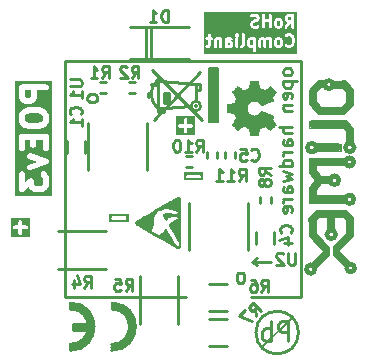
<source format=gbr>
%TF.GenerationSoftware,KiCad,Pcbnew,7.0.11-7.0.11~ubuntu22.04.1*%
%TF.CreationDate,2024-11-21T15:06:29+02:00*%
%TF.ProjectId,POEv3_Rev_A,504f4576-335f-4526-9576-5f412e6b6963,A*%
%TF.SameCoordinates,PX55d4a80PY8a48640*%
%TF.FileFunction,Legend,Bot*%
%TF.FilePolarity,Positive*%
%FSLAX46Y46*%
G04 Gerber Fmt 4.6, Leading zero omitted, Abs format (unit mm)*
G04 Created by KiCad (PCBNEW 7.0.11-7.0.11~ubuntu22.04.1) date 2024-11-21 15:06:29*
%MOMM*%
%LPD*%
G01*
G04 APERTURE LIST*
%ADD10C,0.254000*%
%ADD11C,0.508000*%
%ADD12C,0.317500*%
%ADD13C,0.285750*%
%ADD14C,0.228600*%
%ADD15C,0.150000*%
%ADD16C,0.127000*%
%ADD17C,0.300000*%
%ADD18C,0.200000*%
%ADD19C,0.010000*%
%ADD20C,0.013000*%
%ADD21C,0.700000*%
%ADD22C,0.100000*%
%ADD23C,0.500000*%
%ADD24C,0.400000*%
G04 APERTURE END LIST*
D10*
X20900000Y8000000D02*
X21300000Y8300000D01*
X22500000Y8000000D02*
X20900000Y8000000D01*
X5000000Y25000000D02*
X25000000Y25000000D01*
X21300000Y7700000D02*
X20900000Y8000000D01*
X20750000Y4999999D02*
X25000000Y4999999D01*
X5000000Y5000000D02*
X5000000Y25000000D01*
X25000000Y4999999D02*
X25000000Y25000000D01*
X5000000Y5000000D02*
X15250000Y5000000D01*
D11*
G36*
X2993482Y20496172D02*
G01*
X3108112Y20381542D01*
X3159625Y20278516D01*
X3159625Y20011390D01*
X3108112Y19908364D01*
X2993482Y19793734D01*
X2705024Y19721619D01*
X2090227Y19721619D01*
X1801768Y19793734D01*
X1687138Y19908364D01*
X1635625Y20011391D01*
X1635625Y20278515D01*
X1687138Y20381542D01*
X1801768Y20496172D01*
X2090227Y20568286D01*
X2705024Y20568286D01*
X2993482Y20496172D01*
G37*
G36*
X2192006Y22043391D02*
G01*
X2140491Y21940363D01*
X2102023Y21901894D01*
X1998997Y21850381D01*
X1828635Y21850381D01*
X1725607Y21901895D01*
X1687138Y21940364D01*
X1635625Y22043391D01*
X1635625Y22503524D01*
X2192006Y22503524D01*
X2192006Y22043391D01*
G37*
G36*
X3957911Y13601429D02*
G01*
X837339Y13601429D01*
X837339Y14145715D01*
X1127625Y14145715D01*
X1135675Y14105245D01*
X1141014Y14064339D01*
X1145288Y14056916D01*
X1146960Y14048513D01*
X1169880Y14014210D01*
X1190470Y13978455D01*
X1197261Y13973232D01*
X1202020Y13966110D01*
X1236321Y13943191D01*
X1269029Y13918035D01*
X1277301Y13915809D01*
X1284423Y13911050D01*
X1324888Y13903001D01*
X1364729Y13892278D01*
X1373222Y13893387D01*
X1381625Y13891715D01*
X1422095Y13899766D01*
X1463001Y13905104D01*
X1470424Y13909379D01*
X1478827Y13911050D01*
X1513130Y13933971D01*
X1548885Y13954560D01*
X1974593Y14327056D01*
X2025298Y14225647D01*
X2050260Y14193484D01*
X2072877Y14159635D01*
X2169638Y14062873D01*
X2203488Y14040255D01*
X2235652Y14015292D01*
X2429175Y13918531D01*
X2437977Y13916121D01*
X2445566Y13911050D01*
X2485494Y13903108D01*
X2524762Y13892354D01*
X2533816Y13893496D01*
X2542768Y13891715D01*
X3026578Y13891715D01*
X3035528Y13893496D01*
X3044583Y13892354D01*
X3083853Y13903108D01*
X3123780Y13911050D01*
X3131366Y13916120D01*
X3140170Y13918530D01*
X3333694Y14015292D01*
X3365860Y14040257D01*
X3399707Y14062872D01*
X3496469Y14159634D01*
X3519087Y14193485D01*
X3544049Y14225648D01*
X3640810Y14419172D01*
X3643220Y14427974D01*
X3648290Y14435561D01*
X3656232Y14475492D01*
X3666986Y14514759D01*
X3665844Y14523813D01*
X3667625Y14532763D01*
X3667625Y15113334D01*
X3665844Y15122285D01*
X3666986Y15131338D01*
X3656232Y15170606D01*
X3648290Y15210536D01*
X3643220Y15218124D01*
X3640810Y15226925D01*
X3544049Y15420449D01*
X3519087Y15452613D01*
X3496469Y15486463D01*
X3399707Y15583225D01*
X3317303Y15638285D01*
X3220102Y15657620D01*
X3122901Y15638285D01*
X3040497Y15583225D01*
X2985437Y15500821D01*
X2966102Y15403620D01*
X2985437Y15306419D01*
X3040497Y15224015D01*
X3108112Y15156400D01*
X3159625Y15053374D01*
X3159625Y14592724D01*
X3108112Y14489698D01*
X3069643Y14451229D01*
X2966616Y14399715D01*
X2602730Y14399715D01*
X2499702Y14451229D01*
X2461234Y14489698D01*
X2409721Y14592725D01*
X2409721Y14823048D01*
X2401673Y14863504D01*
X2396333Y14904424D01*
X2392057Y14911850D01*
X2390386Y14920250D01*
X2367468Y14954549D01*
X2346876Y14990308D01*
X2340084Y14995532D01*
X2335326Y15002653D01*
X2301024Y15025573D01*
X2268317Y15050728D01*
X2260044Y15052955D01*
X2252923Y15057713D01*
X2212465Y15065761D01*
X2172617Y15076486D01*
X2164120Y15075378D01*
X2155721Y15077048D01*
X2115264Y15069001D01*
X2074346Y15063660D01*
X2066920Y15059385D01*
X2058519Y15057713D01*
X2024217Y15034794D01*
X1988461Y15014203D01*
X1635625Y14705472D01*
X1635625Y15403620D01*
X1616290Y15500822D01*
X1561230Y15583225D01*
X1478827Y15638285D01*
X1381625Y15657620D01*
X1284423Y15638285D01*
X1202020Y15583225D01*
X1146960Y15500822D01*
X1127625Y15403620D01*
X1127625Y14145715D01*
X837339Y14145715D01*
X837339Y15996804D01*
X1805273Y15996804D01*
X1819757Y15898762D01*
X1870658Y15813725D01*
X1950225Y15754642D01*
X2046346Y15730505D01*
X2144388Y15744989D01*
X3499054Y16228797D01*
X3509994Y16235347D01*
X3522359Y16238451D01*
X3552203Y16260612D01*
X3584090Y16279699D01*
X3591688Y16289932D01*
X3601927Y16297534D01*
X3621022Y16329435D01*
X3643174Y16359266D01*
X3646278Y16371628D01*
X3652828Y16382570D01*
X3658261Y16419349D01*
X3667311Y16455387D01*
X3665448Y16467997D01*
X3667312Y16480613D01*
X3658257Y16516672D01*
X3652827Y16553429D01*
X3646281Y16564365D01*
X3643175Y16576734D01*
X3621009Y16606584D01*
X3601926Y16638465D01*
X3591692Y16646064D01*
X3584091Y16656301D01*
X3552197Y16675392D01*
X3522359Y16697549D01*
X3509994Y16700654D01*
X3499055Y16707202D01*
X2144389Y17191012D01*
X2046346Y17205496D01*
X1950225Y17181359D01*
X1870658Y17122276D01*
X1819757Y17037240D01*
X1805273Y16939197D01*
X1829410Y16843076D01*
X1888493Y16763509D01*
X1973529Y16712608D01*
X2658429Y16468000D01*
X1973530Y16223393D01*
X1888493Y16172492D01*
X1829410Y16092925D01*
X1805273Y15996804D01*
X837339Y15996804D01*
X837339Y17629143D01*
X1127625Y17629143D01*
X1146960Y17531941D01*
X1202020Y17449538D01*
X1284423Y17394478D01*
X1381625Y17375143D01*
X1478827Y17394478D01*
X1561230Y17449538D01*
X1616290Y17531941D01*
X1635625Y17629143D01*
X1635625Y18342762D01*
X2095244Y18342762D01*
X2095244Y17919429D01*
X2114579Y17822227D01*
X2169639Y17739824D01*
X2252042Y17684764D01*
X2349244Y17665429D01*
X2446446Y17684764D01*
X2528849Y17739824D01*
X2583909Y17822227D01*
X2603244Y17919429D01*
X2603244Y18342762D01*
X3159625Y18342762D01*
X3159625Y17629143D01*
X3178960Y17531941D01*
X3234020Y17449538D01*
X3316423Y17394478D01*
X3413625Y17375143D01*
X3510827Y17394478D01*
X3593230Y17449538D01*
X3648290Y17531941D01*
X3667625Y17629143D01*
X3667625Y18596762D01*
X3648290Y18693964D01*
X3593230Y18776367D01*
X3510827Y18831427D01*
X3413625Y18850762D01*
X1381625Y18850762D01*
X1284423Y18831427D01*
X1202020Y18776367D01*
X1146960Y18693964D01*
X1127625Y18596762D01*
X1127625Y17629143D01*
X837339Y17629143D01*
X837339Y19951429D01*
X1127625Y19951429D01*
X1129405Y19942479D01*
X1128264Y19933424D01*
X1139017Y19894154D01*
X1146960Y19854227D01*
X1152029Y19846641D01*
X1154440Y19837837D01*
X1251202Y19644313D01*
X1276166Y19612147D01*
X1298782Y19578300D01*
X1492306Y19384776D01*
X1508007Y19374285D01*
X1520697Y19360297D01*
X1548837Y19347004D01*
X1574710Y19329716D01*
X1593230Y19326032D01*
X1610307Y19317965D01*
X1997355Y19221203D01*
X2028435Y19219691D01*
X2058959Y19213619D01*
X2736292Y19213619D01*
X2766815Y19219691D01*
X2797896Y19221203D01*
X3184944Y19317965D01*
X3202020Y19326032D01*
X3220541Y19329716D01*
X3246413Y19347004D01*
X3274554Y19360297D01*
X3287243Y19374285D01*
X3302945Y19384776D01*
X3496469Y19578300D01*
X3519087Y19612151D01*
X3544049Y19644314D01*
X3640810Y19837838D01*
X3643220Y19846640D01*
X3648290Y19854227D01*
X3656232Y19894158D01*
X3666986Y19933425D01*
X3665844Y19942479D01*
X3667625Y19951429D01*
X3667625Y20338476D01*
X3665844Y20347427D01*
X3666986Y20356480D01*
X3656232Y20395748D01*
X3648290Y20435678D01*
X3643220Y20443266D01*
X3640810Y20452067D01*
X3544049Y20645591D01*
X3519087Y20677755D01*
X3496469Y20711605D01*
X3302945Y20905129D01*
X3287243Y20915621D01*
X3274554Y20929608D01*
X3246413Y20942902D01*
X3220541Y20960189D01*
X3202020Y20963874D01*
X3184944Y20971940D01*
X2797896Y21068702D01*
X2766815Y21070215D01*
X2736292Y21076286D01*
X2058959Y21076286D01*
X2028435Y21070215D01*
X1997355Y21068702D01*
X1610307Y20971940D01*
X1593230Y20963874D01*
X1574710Y20960189D01*
X1548837Y20942902D01*
X1520697Y20929608D01*
X1508007Y20915621D01*
X1492306Y20905129D01*
X1298782Y20711605D01*
X1276166Y20677759D01*
X1251202Y20645592D01*
X1154440Y20452068D01*
X1152029Y20443265D01*
X1146960Y20435678D01*
X1139017Y20395752D01*
X1128264Y20356481D01*
X1129405Y20347427D01*
X1127625Y20338476D01*
X1127625Y19951429D01*
X837339Y19951429D01*
X837339Y21983429D01*
X1127625Y21983429D01*
X1129405Y21974479D01*
X1128264Y21965424D01*
X1139017Y21926154D01*
X1146960Y21886227D01*
X1152029Y21878641D01*
X1154440Y21869837D01*
X1251202Y21676313D01*
X1276166Y21644147D01*
X1298782Y21610300D01*
X1395544Y21513538D01*
X1429390Y21490923D01*
X1461557Y21465958D01*
X1655080Y21369197D01*
X1663882Y21366787D01*
X1671471Y21361716D01*
X1711399Y21353774D01*
X1750667Y21343020D01*
X1759721Y21344162D01*
X1768673Y21342381D01*
X2058959Y21342381D01*
X2067909Y21344162D01*
X2076964Y21343020D01*
X2116234Y21353774D01*
X2156161Y21361716D01*
X2163747Y21366786D01*
X2172551Y21369196D01*
X2366075Y21465958D01*
X2398240Y21490923D01*
X2432089Y21513539D01*
X2528850Y21610301D01*
X2551466Y21644150D01*
X2576429Y21676313D01*
X2673190Y21869836D01*
X2675600Y21878639D01*
X2680671Y21886227D01*
X2688613Y21926156D01*
X2699367Y21965423D01*
X2698225Y21974478D01*
X2700006Y21983429D01*
X2700006Y22503524D01*
X3413625Y22503524D01*
X3510827Y22522859D01*
X3593230Y22577919D01*
X3648290Y22660322D01*
X3667625Y22757524D01*
X3648290Y22854726D01*
X3593230Y22937129D01*
X3510827Y22992189D01*
X3413625Y23011524D01*
X1381625Y23011524D01*
X1284423Y22992189D01*
X1202020Y22937129D01*
X1146960Y22854726D01*
X1127625Y22757524D01*
X1127625Y21983429D01*
X837339Y21983429D01*
X837339Y23301810D01*
X3957911Y23301810D01*
X3957911Y13601429D01*
G37*
D12*
G36*
X10423989Y11347028D02*
G01*
X8776011Y11347028D01*
X8776011Y11687207D01*
X8957440Y11687207D01*
X8978708Y11607832D01*
X9036815Y11549725D01*
X9116190Y11528457D01*
X10083810Y11528457D01*
X10163185Y11549725D01*
X10221292Y11607832D01*
X10242560Y11687207D01*
X10221292Y11766582D01*
X10163185Y11824689D01*
X10083810Y11845957D01*
X9116190Y11845957D01*
X9036815Y11824689D01*
X8978708Y11766582D01*
X8957440Y11687207D01*
X8776011Y11687207D01*
X8776011Y12027386D01*
X10423989Y12027386D01*
X10423989Y11347028D01*
G37*
G36*
X2078917Y10081755D02*
G01*
X430940Y10081755D01*
X430940Y10905744D01*
X612369Y10905744D01*
X633637Y10826369D01*
X691744Y10768262D01*
X771119Y10746994D01*
X1096178Y10746994D01*
X1096178Y10421934D01*
X1117446Y10342559D01*
X1175553Y10284452D01*
X1254928Y10263184D01*
X1334303Y10284452D01*
X1392410Y10342559D01*
X1413678Y10421934D01*
X1413678Y10746994D01*
X1738738Y10746994D01*
X1818113Y10768262D01*
X1876220Y10826369D01*
X1897488Y10905744D01*
X1876220Y10985119D01*
X1818113Y11043226D01*
X1738738Y11064494D01*
X1413678Y11064494D01*
X1413678Y11389553D01*
X1392410Y11468928D01*
X1334303Y11527035D01*
X1254928Y11548303D01*
X1175553Y11527035D01*
X1117446Y11468928D01*
X1096178Y11389553D01*
X1096178Y11064494D01*
X771119Y11064494D01*
X691744Y11043226D01*
X633637Y10985119D01*
X612369Y10905744D01*
X430940Y10905744D01*
X430940Y11729732D01*
X2078917Y11729732D01*
X2078917Y10081755D01*
G37*
D10*
G36*
X20924085Y26352308D02*
G01*
X20790779Y26352308D01*
X20739267Y26378064D01*
X20720030Y26397301D01*
X20694275Y26448811D01*
X20694275Y26679137D01*
X20720030Y26730647D01*
X20739269Y26749886D01*
X20790779Y26775641D01*
X20924085Y26775641D01*
X20924085Y26352308D01*
G37*
G36*
X19021187Y26469314D02*
G01*
X19037228Y26437232D01*
X19037228Y26400430D01*
X19021187Y26368350D01*
X18989105Y26352308D01*
X18807418Y26352308D01*
X18807418Y26485355D01*
X18989105Y26485355D01*
X19021187Y26469314D01*
G37*
G36*
X23201377Y26749886D02*
G01*
X23220616Y26730647D01*
X23246371Y26679137D01*
X23246371Y26448811D01*
X23220616Y26397301D01*
X23201378Y26378064D01*
X23149867Y26352308D01*
X23064684Y26352308D01*
X23013172Y26378064D01*
X22993935Y26397301D01*
X22968180Y26448811D01*
X22968180Y26679137D01*
X22993935Y26730647D01*
X23013174Y26749886D01*
X23064684Y26775641D01*
X23149867Y26775641D01*
X23201377Y26749886D01*
G37*
G36*
X23201377Y28385646D02*
G01*
X23220616Y28366407D01*
X23246371Y28314897D01*
X23246371Y28084571D01*
X23220616Y28033061D01*
X23201378Y28013824D01*
X23149867Y27988068D01*
X23064684Y27988068D01*
X23013172Y28013824D01*
X22993935Y28033061D01*
X22968180Y28084571D01*
X22968180Y28314897D01*
X22993935Y28366407D01*
X23013174Y28385646D01*
X23064684Y28411401D01*
X23149867Y28411401D01*
X23201377Y28385646D01*
G37*
G36*
X24213990Y28471877D02*
G01*
X23983922Y28471877D01*
X23932412Y28497632D01*
X23913173Y28516871D01*
X23887418Y28568381D01*
X23887418Y28653564D01*
X23913173Y28705074D01*
X23932412Y28724313D01*
X23983922Y28750068D01*
X24213990Y28750068D01*
X24213990Y28471877D01*
G37*
G36*
X24661514Y25615791D02*
G01*
X16764616Y25615791D01*
X16764616Y26207234D01*
X16909759Y26207234D01*
X16939486Y26142141D01*
X16999686Y26103452D01*
X17035466Y26098308D01*
X17132228Y26098308D01*
X17143272Y26101552D01*
X17154720Y26100315D01*
X17189023Y26111715D01*
X17285785Y26160095D01*
X17302431Y26175580D01*
X17321980Y26187190D01*
X17334830Y26205717D01*
X17338182Y26208834D01*
X17338876Y26211550D01*
X17342582Y26216892D01*
X17346790Y26225308D01*
X17634180Y26225308D01*
X17654341Y26156647D01*
X17708422Y26109785D01*
X17779254Y26099601D01*
X17844347Y26129328D01*
X17883036Y26189528D01*
X17888180Y26225308D01*
X17888180Y26727518D01*
X17904221Y26759600D01*
X17936303Y26775641D01*
X18021486Y26775641D01*
X18069609Y26751580D01*
X18069609Y26225308D01*
X18089770Y26156647D01*
X18143851Y26109785D01*
X18214683Y26099601D01*
X18279776Y26129328D01*
X18318465Y26189528D01*
X18323609Y26225308D01*
X18553418Y26225308D01*
X18573579Y26156647D01*
X18627660Y26109785D01*
X18698492Y26099601D01*
X18723708Y26111117D01*
X18731715Y26109677D01*
X18741400Y26103452D01*
X18777180Y26098308D01*
X19019085Y26098308D01*
X19030129Y26101552D01*
X19041577Y26100315D01*
X19075880Y26111715D01*
X19172642Y26160095D01*
X19189288Y26175580D01*
X19208837Y26187190D01*
X19221687Y26205717D01*
X19225039Y26208834D01*
X19225733Y26211550D01*
X19229439Y26216892D01*
X19277820Y26313654D01*
X19279858Y26324984D01*
X19286084Y26334670D01*
X19291228Y26370450D01*
X19291228Y26467212D01*
X19287984Y26478258D01*
X19289221Y26489705D01*
X19277820Y26524008D01*
X19229439Y26620770D01*
X19213954Y26637417D01*
X19202345Y26656964D01*
X19183818Y26669815D01*
X19180701Y26673166D01*
X19177985Y26673861D01*
X19172643Y26677566D01*
X19075881Y26725947D01*
X19064551Y26727986D01*
X19054865Y26734211D01*
X19019085Y26739355D01*
X18813336Y26739355D01*
X18823459Y26759600D01*
X18855541Y26775641D01*
X18989105Y26775641D01*
X19059051Y26740668D01*
X19129479Y26727994D01*
X19195580Y26755408D01*
X19236366Y26814208D01*
X19238887Y26885723D01*
X19202345Y26947250D01*
X19172643Y26967852D01*
X19075881Y27016233D01*
X19064551Y27018272D01*
X19054865Y27024497D01*
X19019085Y27029641D01*
X18825561Y27029641D01*
X18814515Y27026398D01*
X18803068Y27027634D01*
X18768765Y27016233D01*
X18672003Y26967852D01*
X18655356Y26952368D01*
X18635809Y26940758D01*
X18622958Y26922232D01*
X18619607Y26919114D01*
X18618912Y26916399D01*
X18615207Y26911056D01*
X18566826Y26814294D01*
X18564787Y26802965D01*
X18558562Y26793278D01*
X18553418Y26757498D01*
X18553418Y26225308D01*
X18323609Y26225308D01*
X18323609Y26902641D01*
X18303448Y26971302D01*
X18249367Y27018164D01*
X18178535Y27028348D01*
X18129144Y27005792D01*
X18108262Y27016233D01*
X18096932Y27018272D01*
X18087246Y27024497D01*
X18051466Y27029641D01*
X17906323Y27029641D01*
X17895277Y27026398D01*
X17883830Y27027634D01*
X17849527Y27016233D01*
X17752765Y26967852D01*
X17736118Y26952368D01*
X17716571Y26940758D01*
X17703720Y26922232D01*
X17700369Y26919114D01*
X17699674Y26916399D01*
X17695969Y26911056D01*
X17647588Y26814294D01*
X17645549Y26802965D01*
X17639324Y26793278D01*
X17634180Y26757498D01*
X17634180Y26225308D01*
X17346790Y26225308D01*
X17390963Y26313654D01*
X17393001Y26324984D01*
X17399227Y26334670D01*
X17404371Y26370450D01*
X17404371Y26775641D01*
X17422514Y26775641D01*
X17491175Y26795802D01*
X17538037Y26849883D01*
X17548221Y26920715D01*
X17518494Y26985808D01*
X17458294Y27024497D01*
X17422514Y27029641D01*
X17404371Y27029641D01*
X17404371Y27201987D01*
X19424600Y27201987D01*
X19430352Y27175543D01*
X19432283Y27148545D01*
X19437840Y27141122D01*
X19439811Y27132062D01*
X19461473Y27103124D01*
X19509854Y27054743D01*
X19517992Y27050299D01*
X19523549Y27042877D01*
X19536474Y27038057D01*
X19546899Y27029023D01*
X19560553Y27027060D01*
X19568846Y27022532D01*
X19516490Y26998621D01*
X19477801Y26938421D01*
X19472657Y26902641D01*
X19472657Y26225308D01*
X19492818Y26156647D01*
X19546899Y26109785D01*
X19617731Y26099601D01*
X19682824Y26129328D01*
X19721513Y26189528D01*
X19726014Y26220834D01*
X19859783Y26220834D01*
X19882351Y26152925D01*
X19938049Y26107998D01*
X20009196Y26100315D01*
X20043499Y26111715D01*
X20140261Y26160095D01*
X20156907Y26175580D01*
X20176456Y26187190D01*
X20189306Y26205717D01*
X20192658Y26208834D01*
X20193352Y26211550D01*
X20197058Y26216892D01*
X20245439Y26313654D01*
X20247477Y26324984D01*
X20253703Y26334670D01*
X20258847Y26370450D01*
X20258847Y26418831D01*
X20440275Y26418831D01*
X20443518Y26407786D01*
X20442282Y26396338D01*
X20453683Y26362035D01*
X20502064Y26265273D01*
X20503684Y26263531D01*
X20504191Y26261204D01*
X20525853Y26232266D01*
X20574234Y26183885D01*
X20576324Y26182744D01*
X20577540Y26180697D01*
X20607242Y26160095D01*
X20704004Y26111715D01*
X20715334Y26109677D01*
X20725019Y26103452D01*
X20760799Y26098308D01*
X20924085Y26098308D01*
X20924085Y25886641D01*
X20944246Y25817980D01*
X20998327Y25771118D01*
X21069159Y25760934D01*
X21134252Y25790661D01*
X21172941Y25850861D01*
X21178085Y25886641D01*
X21178085Y26225308D01*
X21407895Y26225308D01*
X21428056Y26156647D01*
X21482137Y26109785D01*
X21552969Y26099601D01*
X21618062Y26129328D01*
X21656751Y26189528D01*
X21661895Y26225308D01*
X21661895Y26727518D01*
X21677935Y26759600D01*
X21710018Y26775641D01*
X21795200Y26775641D01*
X21827282Y26759600D01*
X21843323Y26727518D01*
X21843323Y26225308D01*
X21863484Y26156647D01*
X21917565Y26109785D01*
X21988397Y26099601D01*
X22053490Y26129328D01*
X22092179Y26189528D01*
X22097323Y26225308D01*
X22097323Y26727518D01*
X22113364Y26759600D01*
X22145446Y26775641D01*
X22230629Y26775641D01*
X22278752Y26751580D01*
X22278752Y26225308D01*
X22298913Y26156647D01*
X22352994Y26109785D01*
X22423826Y26099601D01*
X22488919Y26129328D01*
X22527608Y26189528D01*
X22532752Y26225308D01*
X22532752Y26418831D01*
X22714180Y26418831D01*
X22717423Y26407786D01*
X22716187Y26396338D01*
X22727588Y26362035D01*
X22775969Y26265273D01*
X22777589Y26263531D01*
X22778096Y26261204D01*
X22799758Y26232266D01*
X22848139Y26183885D01*
X22850229Y26182744D01*
X22851445Y26180697D01*
X22881147Y26160095D01*
X22977909Y26111715D01*
X22989239Y26109677D01*
X22998924Y26103452D01*
X23034704Y26098308D01*
X23179847Y26098308D01*
X23190891Y26101552D01*
X23202339Y26100315D01*
X23236642Y26111715D01*
X23333404Y26160095D01*
X23335147Y26161717D01*
X23337474Y26162223D01*
X23366412Y26183885D01*
X23414793Y26232266D01*
X23415934Y26234356D01*
X23417980Y26235571D01*
X23438582Y26265273D01*
X23471510Y26331129D01*
X23633742Y26331129D01*
X23648953Y26261204D01*
X23670615Y26232266D01*
X23718996Y26183885D01*
X23729101Y26178367D01*
X23736322Y26169399D01*
X23768639Y26153205D01*
X23913782Y26104825D01*
X23916159Y26104740D01*
X23918162Y26103452D01*
X23953942Y26098308D01*
X24050704Y26098308D01*
X24052987Y26098979D01*
X24055294Y26098391D01*
X24090864Y26104825D01*
X24236007Y26153205D01*
X24245461Y26159776D01*
X24256712Y26162223D01*
X24285650Y26183885D01*
X24382411Y26280647D01*
X24383551Y26282737D01*
X24385599Y26283952D01*
X24406201Y26313654D01*
X24454582Y26410416D01*
X24455370Y26414797D01*
X24464198Y26436410D01*
X24512579Y26629934D01*
X24512438Y26633385D01*
X24516371Y26660736D01*
X24516371Y26805879D01*
X24515398Y26809192D01*
X24512579Y26836681D01*
X24464198Y27030205D01*
X24461945Y27034045D01*
X24454582Y27056199D01*
X24406201Y27152961D01*
X24404580Y27154704D01*
X24404074Y27157030D01*
X24382411Y27185968D01*
X24285650Y27282730D01*
X24275544Y27288248D01*
X24268325Y27297215D01*
X24236008Y27313410D01*
X24090865Y27361791D01*
X24088486Y27361878D01*
X24086484Y27363164D01*
X24050704Y27368308D01*
X23953942Y27368308D01*
X23951657Y27367638D01*
X23949351Y27368225D01*
X23913781Y27361791D01*
X23768638Y27313410D01*
X23759183Y27306840D01*
X23747934Y27304392D01*
X23718996Y27282730D01*
X23670615Y27234349D01*
X23636321Y27171542D01*
X23641425Y27100164D01*
X23684310Y27042877D01*
X23751358Y27017870D01*
X23821283Y27033081D01*
X23850221Y27054743D01*
X23877403Y27081925D01*
X23974552Y27114308D01*
X24030094Y27114308D01*
X24127243Y27081925D01*
X24188234Y27020935D01*
X24221163Y26955077D01*
X24262371Y26790245D01*
X24262371Y26676370D01*
X24221163Y26511538D01*
X24188234Y26445681D01*
X24127243Y26384690D01*
X24030095Y26352308D01*
X23974551Y26352308D01*
X23877403Y26384690D01*
X23850221Y26411872D01*
X23787414Y26446166D01*
X23716036Y26441062D01*
X23658749Y26398177D01*
X23633742Y26331129D01*
X23471510Y26331129D01*
X23486963Y26362035D01*
X23489001Y26373365D01*
X23495227Y26383051D01*
X23500371Y26418831D01*
X23500371Y26709117D01*
X23497127Y26720163D01*
X23498364Y26731610D01*
X23486963Y26765913D01*
X23438582Y26862675D01*
X23436961Y26864418D01*
X23436455Y26866744D01*
X23414793Y26895682D01*
X23366412Y26944063D01*
X23364322Y26945205D01*
X23363107Y26947250D01*
X23333405Y26967852D01*
X23236643Y27016233D01*
X23225313Y27018272D01*
X23215627Y27024497D01*
X23179847Y27029641D01*
X23034704Y27029641D01*
X23023658Y27026398D01*
X23012211Y27027634D01*
X22977908Y27016233D01*
X22881146Y26967852D01*
X22879403Y26966232D01*
X22877077Y26965725D01*
X22848139Y26944063D01*
X22799758Y26895682D01*
X22798616Y26893593D01*
X22796571Y26892377D01*
X22775969Y26862675D01*
X22727588Y26765913D01*
X22725549Y26754584D01*
X22719324Y26744897D01*
X22714180Y26709117D01*
X22714180Y26418831D01*
X22532752Y26418831D01*
X22532752Y26902641D01*
X22512591Y26971302D01*
X22458510Y27018164D01*
X22387678Y27028348D01*
X22338287Y27005792D01*
X22317405Y27016233D01*
X22306075Y27018272D01*
X22296389Y27024497D01*
X22260609Y27029641D01*
X22115466Y27029641D01*
X22104420Y27026398D01*
X22092973Y27027634D01*
X22058670Y27016233D01*
X21970323Y26972060D01*
X21881976Y27016233D01*
X21870646Y27018272D01*
X21860960Y27024497D01*
X21825180Y27029641D01*
X21680037Y27029641D01*
X21668989Y27026398D01*
X21657543Y27027633D01*
X21623240Y27016233D01*
X21526479Y26967852D01*
X21509832Y26952367D01*
X21490286Y26940758D01*
X21477434Y26922230D01*
X21474084Y26919113D01*
X21473389Y26916399D01*
X21469684Y26911056D01*
X21421303Y26814294D01*
X21419264Y26802965D01*
X21413039Y26793278D01*
X21407895Y26757498D01*
X21407895Y26225308D01*
X21178085Y26225308D01*
X21178085Y26902641D01*
X21157924Y26971302D01*
X21103843Y27018164D01*
X21033011Y27028348D01*
X21007793Y27016832D01*
X20999789Y27018272D01*
X20990103Y27024497D01*
X20954323Y27029641D01*
X20760799Y27029641D01*
X20749753Y27026398D01*
X20738306Y27027634D01*
X20704003Y27016233D01*
X20607241Y26967852D01*
X20605498Y26966232D01*
X20603172Y26965725D01*
X20574234Y26944063D01*
X20525853Y26895682D01*
X20524711Y26893593D01*
X20522666Y26892377D01*
X20502064Y26862675D01*
X20453683Y26765913D01*
X20451644Y26754584D01*
X20445419Y26744897D01*
X20440275Y26709117D01*
X20440275Y26418831D01*
X20258847Y26418831D01*
X20258847Y27241308D01*
X20238686Y27309969D01*
X20184605Y27356831D01*
X20113773Y27367015D01*
X20048680Y27337288D01*
X20009991Y27277088D01*
X20004847Y27241308D01*
X20004847Y26400430D01*
X19988806Y26368350D01*
X19929909Y26338901D01*
X19877512Y26290162D01*
X19859783Y26220834D01*
X19726014Y26220834D01*
X19726657Y26225308D01*
X19726657Y26902641D01*
X19706496Y26971302D01*
X19652415Y27018164D01*
X19624911Y27022119D01*
X19630277Y27024569D01*
X19644039Y27025553D01*
X19651462Y27031111D01*
X19660522Y27033081D01*
X19678680Y27046674D01*
X19682824Y27048566D01*
X19684321Y27050897D01*
X19689460Y27054743D01*
X19737841Y27103124D01*
X19742285Y27111265D01*
X19749706Y27116819D01*
X19759162Y27142174D01*
X19772135Y27165931D01*
X19771473Y27175180D01*
X19774714Y27183867D01*
X19768961Y27210312D01*
X19767031Y27237309D01*
X19761473Y27244733D01*
X19759503Y27253792D01*
X19737841Y27282730D01*
X19689460Y27331111D01*
X19681319Y27335556D01*
X19675765Y27342976D01*
X19662841Y27347797D01*
X19652415Y27356831D01*
X19638760Y27358795D01*
X19626653Y27365405D01*
X19617404Y27364744D01*
X19608717Y27367984D01*
X19595237Y27365052D01*
X19581583Y27367015D01*
X19569036Y27361286D01*
X19555275Y27360301D01*
X19547851Y27354744D01*
X19538792Y27352773D01*
X19520633Y27339181D01*
X19516490Y27337288D01*
X19514992Y27334958D01*
X19509854Y27331111D01*
X19461473Y27282730D01*
X19457028Y27274592D01*
X19449607Y27269035D01*
X19440149Y27243677D01*
X19427179Y27219923D01*
X19427840Y27210675D01*
X19424600Y27201987D01*
X17404371Y27201987D01*
X17404371Y27241308D01*
X17384210Y27309969D01*
X17330129Y27356831D01*
X17259297Y27367015D01*
X17194204Y27337288D01*
X17155515Y27277088D01*
X17150371Y27241308D01*
X17150371Y27029641D01*
X17035466Y27029641D01*
X16966805Y27009480D01*
X16919943Y26955399D01*
X16909759Y26884567D01*
X16939486Y26819474D01*
X16999686Y26780785D01*
X17035466Y26775641D01*
X17150371Y26775641D01*
X17150371Y26400430D01*
X17134330Y26368350D01*
X17102248Y26352308D01*
X17035466Y26352308D01*
X16966805Y26332147D01*
X16919943Y26278066D01*
X16909759Y26207234D01*
X16764616Y26207234D01*
X16764616Y28054591D01*
X20682180Y28054591D01*
X20685423Y28043546D01*
X20684187Y28032098D01*
X20695588Y27997795D01*
X20743969Y27901033D01*
X20745589Y27899291D01*
X20746096Y27896964D01*
X20767758Y27868026D01*
X20816139Y27819645D01*
X20818229Y27818504D01*
X20819445Y27816457D01*
X20849147Y27795855D01*
X20945909Y27747475D01*
X20957239Y27745437D01*
X20966924Y27739212D01*
X21002704Y27734068D01*
X21244609Y27734068D01*
X21246892Y27734739D01*
X21249199Y27734151D01*
X21284769Y27740585D01*
X21429912Y27788965D01*
X21488675Y27829804D01*
X21501609Y27861068D01*
X21698180Y27861068D01*
X21718341Y27792407D01*
X21772422Y27745545D01*
X21843254Y27735361D01*
X21908347Y27765088D01*
X21947036Y27825288D01*
X21952180Y27861068D01*
X21952180Y28266258D01*
X22278752Y28266258D01*
X22278752Y27861068D01*
X22298913Y27792407D01*
X22352994Y27745545D01*
X22423826Y27735361D01*
X22488919Y27765088D01*
X22527608Y27825288D01*
X22532752Y27861068D01*
X22532752Y28054591D01*
X22714180Y28054591D01*
X22717423Y28043546D01*
X22716187Y28032098D01*
X22727588Y27997795D01*
X22775969Y27901033D01*
X22777589Y27899291D01*
X22778096Y27896964D01*
X22799758Y27868026D01*
X22848139Y27819645D01*
X22850229Y27818504D01*
X22851445Y27816457D01*
X22881147Y27795855D01*
X22977909Y27747475D01*
X22989239Y27745437D01*
X22998924Y27739212D01*
X23034704Y27734068D01*
X23179847Y27734068D01*
X23190891Y27737312D01*
X23202339Y27736075D01*
X23236642Y27747475D01*
X23333404Y27795855D01*
X23335147Y27797477D01*
X23337474Y27797983D01*
X23366412Y27819645D01*
X23414793Y27868026D01*
X23415934Y27870116D01*
X23417980Y27871331D01*
X23438582Y27901033D01*
X23486963Y27997795D01*
X23489001Y28009125D01*
X23495227Y28018811D01*
X23500371Y28054591D01*
X23500371Y28344877D01*
X23497127Y28355923D01*
X23498364Y28367370D01*
X23486963Y28401673D01*
X23438582Y28498435D01*
X23436961Y28500178D01*
X23436455Y28502504D01*
X23414793Y28531442D01*
X23407834Y28538401D01*
X23633418Y28538401D01*
X23636661Y28527356D01*
X23635425Y28515908D01*
X23646826Y28481605D01*
X23695207Y28384843D01*
X23696827Y28383101D01*
X23697334Y28380774D01*
X23718996Y28351836D01*
X23767377Y28303455D01*
X23769466Y28302314D01*
X23770682Y28300268D01*
X23800384Y28279666D01*
X23872998Y28243359D01*
X23656376Y27933898D01*
X23633518Y27866087D01*
X23650949Y27796683D01*
X23703136Y27747720D01*
X23773510Y27734745D01*
X23839728Y27761876D01*
X23864460Y27788238D01*
X24165208Y28217877D01*
X24213990Y28217877D01*
X24213990Y27861068D01*
X24234151Y27792407D01*
X24288232Y27745545D01*
X24359064Y27735361D01*
X24424157Y27765088D01*
X24462846Y27825288D01*
X24467990Y27861068D01*
X24467990Y28877068D01*
X24465377Y28885966D01*
X24466697Y28895142D01*
X24455454Y28919761D01*
X24447829Y28945729D01*
X24440821Y28951801D01*
X24436970Y28960235D01*
X24414201Y28974868D01*
X24393748Y28992591D01*
X24384571Y28993911D01*
X24376770Y28998924D01*
X24340990Y29004068D01*
X23953942Y29004068D01*
X23942896Y29000825D01*
X23931449Y29002061D01*
X23897146Y28990660D01*
X23800384Y28942279D01*
X23798641Y28940659D01*
X23796315Y28940152D01*
X23767377Y28918490D01*
X23718996Y28870109D01*
X23717854Y28868020D01*
X23715809Y28866804D01*
X23695207Y28837102D01*
X23646826Y28740340D01*
X23644787Y28729011D01*
X23638562Y28719324D01*
X23633418Y28683544D01*
X23633418Y28538401D01*
X23407834Y28538401D01*
X23366412Y28579823D01*
X23364322Y28580965D01*
X23363107Y28583010D01*
X23333405Y28603612D01*
X23236643Y28651993D01*
X23225313Y28654032D01*
X23215627Y28660257D01*
X23179847Y28665401D01*
X23034704Y28665401D01*
X23023658Y28662158D01*
X23012211Y28663394D01*
X22977908Y28651993D01*
X22881146Y28603612D01*
X22879403Y28601992D01*
X22877077Y28601485D01*
X22848139Y28579823D01*
X22799758Y28531442D01*
X22798616Y28529353D01*
X22796571Y28528137D01*
X22775969Y28498435D01*
X22727588Y28401673D01*
X22725549Y28390344D01*
X22719324Y28380657D01*
X22714180Y28344877D01*
X22714180Y28054591D01*
X22532752Y28054591D01*
X22532752Y28877068D01*
X22512591Y28945729D01*
X22458510Y28992591D01*
X22387678Y29002775D01*
X22322585Y28973048D01*
X22283896Y28912848D01*
X22278752Y28877068D01*
X22278752Y28520258D01*
X21952180Y28520258D01*
X21952180Y28877068D01*
X21932019Y28945729D01*
X21877938Y28992591D01*
X21807106Y29002775D01*
X21742013Y28973048D01*
X21703324Y28912848D01*
X21698180Y28877068D01*
X21698180Y27861068D01*
X21501609Y27861068D01*
X21516030Y27895928D01*
X21503293Y27966346D01*
X21454508Y28018698D01*
X21385163Y28036365D01*
X21349592Y28029931D01*
X21224000Y27988068D01*
X21032684Y27988068D01*
X20981172Y28013824D01*
X20961935Y28033061D01*
X20936180Y28084571D01*
X20936180Y28121373D01*
X20961935Y28172883D01*
X20981174Y28192122D01*
X21047030Y28225050D01*
X21227030Y28270050D01*
X21230869Y28272303D01*
X21253024Y28279666D01*
X21349786Y28328047D01*
X21351528Y28329668D01*
X21353855Y28330174D01*
X21382793Y28351836D01*
X21431174Y28400217D01*
X21432315Y28402307D01*
X21434361Y28403522D01*
X21454963Y28433224D01*
X21503344Y28529986D01*
X21505382Y28541316D01*
X21511608Y28551002D01*
X21516752Y28586782D01*
X21516752Y28683544D01*
X21513508Y28694590D01*
X21514745Y28706037D01*
X21503344Y28740340D01*
X21454963Y28837102D01*
X21453342Y28838845D01*
X21452836Y28841171D01*
X21431174Y28870109D01*
X21382793Y28918490D01*
X21380703Y28919632D01*
X21379488Y28921677D01*
X21349786Y28942279D01*
X21253024Y28990660D01*
X21241694Y28992699D01*
X21232008Y28998924D01*
X21196228Y29004068D01*
X20954323Y29004068D01*
X20952038Y29003398D01*
X20949732Y29003985D01*
X20914162Y28997551D01*
X20769019Y28949170D01*
X20710257Y28908331D01*
X20682902Y28842206D01*
X20695639Y28771788D01*
X20744425Y28719436D01*
X20813770Y28701770D01*
X20849341Y28708204D01*
X20974933Y28750068D01*
X21166248Y28750068D01*
X21217758Y28724313D01*
X21236997Y28705074D01*
X21262752Y28653564D01*
X21262752Y28616762D01*
X21236997Y28565252D01*
X21217758Y28546013D01*
X21151902Y28513085D01*
X20971902Y28468085D01*
X20968062Y28465833D01*
X20945908Y28458469D01*
X20849146Y28410088D01*
X20847403Y28408468D01*
X20845077Y28407961D01*
X20816139Y28386299D01*
X20767758Y28337918D01*
X20766616Y28335829D01*
X20764571Y28334613D01*
X20743969Y28304911D01*
X20695588Y28208149D01*
X20693549Y28196820D01*
X20687324Y28187133D01*
X20682180Y28151353D01*
X20682180Y28054591D01*
X16764616Y28054591D01*
X16764616Y29149211D01*
X24661514Y29149211D01*
X24661514Y25615791D01*
G37*
D12*
G36*
X16073988Y18688805D02*
G01*
X14426011Y18688805D01*
X14426011Y19512794D01*
X14607440Y19512794D01*
X14628708Y19433419D01*
X14686815Y19375312D01*
X14766190Y19354044D01*
X15091249Y19354044D01*
X15091249Y19028984D01*
X15112517Y18949609D01*
X15170624Y18891502D01*
X15249999Y18870234D01*
X15329374Y18891502D01*
X15387481Y18949609D01*
X15408749Y19028984D01*
X15408749Y19354044D01*
X15733809Y19354044D01*
X15813184Y19375312D01*
X15871291Y19433419D01*
X15892559Y19512794D01*
X15871291Y19592169D01*
X15813184Y19650276D01*
X15733809Y19671544D01*
X15408749Y19671544D01*
X15408749Y19996603D01*
X15387481Y20075978D01*
X15329374Y20134085D01*
X15249999Y20155353D01*
X15170624Y20134085D01*
X15112517Y20075978D01*
X15091249Y19996603D01*
X15091249Y19671544D01*
X14766190Y19671544D01*
X14686815Y19650276D01*
X14628708Y19592169D01*
X14607440Y19512794D01*
X14426011Y19512794D01*
X14426011Y20336782D01*
X16073988Y20336782D01*
X16073988Y18688805D01*
G37*
G36*
X16723988Y14872615D02*
G01*
X15076011Y14872615D01*
X15076011Y15212794D01*
X15257440Y15212794D01*
X15278708Y15133419D01*
X15336815Y15075312D01*
X15416190Y15054044D01*
X16383809Y15054044D01*
X16463184Y15075312D01*
X16521291Y15133419D01*
X16542559Y15212794D01*
X16521291Y15292169D01*
X16463184Y15350276D01*
X16383809Y15371544D01*
X15416190Y15371544D01*
X15336815Y15350276D01*
X15278708Y15292169D01*
X15257440Y15212794D01*
X15076011Y15212794D01*
X15076011Y15552973D01*
X16723988Y15552973D01*
X16723988Y14872615D01*
G37*
D10*
X13749904Y28293188D02*
X13749904Y29309188D01*
X13749904Y29309188D02*
X13507999Y29309188D01*
X13507999Y29309188D02*
X13362856Y29260807D01*
X13362856Y29260807D02*
X13266094Y29164045D01*
X13266094Y29164045D02*
X13217713Y29067283D01*
X13217713Y29067283D02*
X13169332Y28873759D01*
X13169332Y28873759D02*
X13169332Y28728616D01*
X13169332Y28728616D02*
X13217713Y28535092D01*
X13217713Y28535092D02*
X13266094Y28438330D01*
X13266094Y28438330D02*
X13362856Y28341568D01*
X13362856Y28341568D02*
X13507999Y28293188D01*
X13507999Y28293188D02*
X13749904Y28293188D01*
X12201713Y28293188D02*
X12782285Y28293188D01*
X12491999Y28293188D02*
X12491999Y29309188D01*
X12491999Y29309188D02*
X12588761Y29164045D01*
X12588761Y29164045D02*
X12685523Y29067283D01*
X12685523Y29067283D02*
X12782285Y29018902D01*
X6360051Y20469333D02*
X6408432Y20517714D01*
X6408432Y20517714D02*
X6456812Y20662857D01*
X6456812Y20662857D02*
X6456812Y20759619D01*
X6456812Y20759619D02*
X6408432Y20904762D01*
X6408432Y20904762D02*
X6311670Y21001524D01*
X6311670Y21001524D02*
X6214908Y21049905D01*
X6214908Y21049905D02*
X6021384Y21098286D01*
X6021384Y21098286D02*
X5876241Y21098286D01*
X5876241Y21098286D02*
X5682717Y21049905D01*
X5682717Y21049905D02*
X5585955Y21001524D01*
X5585955Y21001524D02*
X5489193Y20904762D01*
X5489193Y20904762D02*
X5440812Y20759619D01*
X5440812Y20759619D02*
X5440812Y20662857D01*
X5440812Y20662857D02*
X5489193Y20517714D01*
X5489193Y20517714D02*
X5537574Y20469333D01*
X6456812Y19501714D02*
X6456812Y20082286D01*
X6456812Y19792000D02*
X5440812Y19792000D01*
X5440812Y19792000D02*
X5585955Y19888762D01*
X5585955Y19888762D02*
X5682717Y19985524D01*
X5682717Y19985524D02*
X5731098Y20082286D01*
X6669332Y5793188D02*
X7007999Y6276997D01*
X7249904Y5793188D02*
X7249904Y6809188D01*
X7249904Y6809188D02*
X6862856Y6809188D01*
X6862856Y6809188D02*
X6766094Y6760807D01*
X6766094Y6760807D02*
X6717713Y6712426D01*
X6717713Y6712426D02*
X6669332Y6615664D01*
X6669332Y6615664D02*
X6669332Y6470521D01*
X6669332Y6470521D02*
X6717713Y6373759D01*
X6717713Y6373759D02*
X6766094Y6325378D01*
X6766094Y6325378D02*
X6862856Y6276997D01*
X6862856Y6276997D02*
X7249904Y6276997D01*
X5798475Y6470521D02*
X5798475Y5793188D01*
X6040380Y6857568D02*
X6282285Y6131854D01*
X6282285Y6131854D02*
X5653332Y6131854D01*
X5440812Y23424096D02*
X6263289Y23424096D01*
X6263289Y23424096D02*
X6360051Y23375715D01*
X6360051Y23375715D02*
X6408432Y23327334D01*
X6408432Y23327334D02*
X6456812Y23230572D01*
X6456812Y23230572D02*
X6456812Y23037048D01*
X6456812Y23037048D02*
X6408432Y22940286D01*
X6408432Y22940286D02*
X6360051Y22891905D01*
X6360051Y22891905D02*
X6263289Y22843524D01*
X6263289Y22843524D02*
X5440812Y22843524D01*
X6456812Y21827524D02*
X6456812Y22408096D01*
X6456812Y22117810D02*
X5440812Y22117810D01*
X5440812Y22117810D02*
X5585955Y22214572D01*
X5585955Y22214572D02*
X5682717Y22311334D01*
X5682717Y22311334D02*
X5731098Y22408096D01*
X7774318Y21940715D02*
X7713842Y22061667D01*
X7713842Y22061667D02*
X7653365Y22122144D01*
X7653365Y22122144D02*
X7532413Y22182620D01*
X7532413Y22182620D02*
X7169556Y22182620D01*
X7169556Y22182620D02*
X7048603Y22122144D01*
X7048603Y22122144D02*
X6988127Y22061667D01*
X6988127Y22061667D02*
X6927651Y21940715D01*
X6927651Y21940715D02*
X6927651Y21759286D01*
X6927651Y21759286D02*
X6988127Y21638334D01*
X6988127Y21638334D02*
X7048603Y21577858D01*
X7048603Y21577858D02*
X7169556Y21517382D01*
X7169556Y21517382D02*
X7532413Y21517382D01*
X7532413Y21517382D02*
X7653365Y21577858D01*
X7653365Y21577858D02*
X7713842Y21638334D01*
X7713842Y21638334D02*
X7774318Y21759286D01*
X7774318Y21759286D02*
X7774318Y21940715D01*
X10669332Y23543188D02*
X11007999Y24026997D01*
X11249904Y23543188D02*
X11249904Y24559188D01*
X11249904Y24559188D02*
X10862856Y24559188D01*
X10862856Y24559188D02*
X10766094Y24510807D01*
X10766094Y24510807D02*
X10717713Y24462426D01*
X10717713Y24462426D02*
X10669332Y24365664D01*
X10669332Y24365664D02*
X10669332Y24220521D01*
X10669332Y24220521D02*
X10717713Y24123759D01*
X10717713Y24123759D02*
X10766094Y24075378D01*
X10766094Y24075378D02*
X10862856Y24026997D01*
X10862856Y24026997D02*
X11249904Y24026997D01*
X10282285Y24462426D02*
X10233904Y24510807D01*
X10233904Y24510807D02*
X10137142Y24559188D01*
X10137142Y24559188D02*
X9895237Y24559188D01*
X9895237Y24559188D02*
X9798475Y24510807D01*
X9798475Y24510807D02*
X9750094Y24462426D01*
X9750094Y24462426D02*
X9701713Y24365664D01*
X9701713Y24365664D02*
X9701713Y24268902D01*
X9701713Y24268902D02*
X9750094Y24123759D01*
X9750094Y24123759D02*
X10330666Y23543188D01*
X10330666Y23543188D02*
X9701713Y23543188D01*
X8169332Y23543188D02*
X8507999Y24026997D01*
X8749904Y23543188D02*
X8749904Y24559188D01*
X8749904Y24559188D02*
X8362856Y24559188D01*
X8362856Y24559188D02*
X8266094Y24510807D01*
X8266094Y24510807D02*
X8217713Y24462426D01*
X8217713Y24462426D02*
X8169332Y24365664D01*
X8169332Y24365664D02*
X8169332Y24220521D01*
X8169332Y24220521D02*
X8217713Y24123759D01*
X8217713Y24123759D02*
X8266094Y24075378D01*
X8266094Y24075378D02*
X8362856Y24026997D01*
X8362856Y24026997D02*
X8749904Y24026997D01*
X7201713Y23543188D02*
X7782285Y23543188D01*
X7491999Y23543188D02*
X7491999Y24559188D01*
X7491999Y24559188D02*
X7588761Y24414045D01*
X7588761Y24414045D02*
X7685523Y24317283D01*
X7685523Y24317283D02*
X7782285Y24268902D01*
X19753142Y14843188D02*
X20091809Y15326997D01*
X20333714Y14843188D02*
X20333714Y15859188D01*
X20333714Y15859188D02*
X19946666Y15859188D01*
X19946666Y15859188D02*
X19849904Y15810807D01*
X19849904Y15810807D02*
X19801523Y15762426D01*
X19801523Y15762426D02*
X19753142Y15665664D01*
X19753142Y15665664D02*
X19753142Y15520521D01*
X19753142Y15520521D02*
X19801523Y15423759D01*
X19801523Y15423759D02*
X19849904Y15375378D01*
X19849904Y15375378D02*
X19946666Y15326997D01*
X19946666Y15326997D02*
X20333714Y15326997D01*
X18785523Y14843188D02*
X19366095Y14843188D01*
X19075809Y14843188D02*
X19075809Y15859188D01*
X19075809Y15859188D02*
X19172571Y15714045D01*
X19172571Y15714045D02*
X19269333Y15617283D01*
X19269333Y15617283D02*
X19366095Y15568902D01*
X17817904Y14843188D02*
X18398476Y14843188D01*
X18108190Y14843188D02*
X18108190Y15859188D01*
X18108190Y15859188D02*
X18204952Y15714045D01*
X18204952Y15714045D02*
X18301714Y15617283D01*
X18301714Y15617283D02*
X18398476Y15568902D01*
X21669332Y5443188D02*
X22007999Y5926997D01*
X22249904Y5443188D02*
X22249904Y6459188D01*
X22249904Y6459188D02*
X21862856Y6459188D01*
X21862856Y6459188D02*
X21766094Y6410807D01*
X21766094Y6410807D02*
X21717713Y6362426D01*
X21717713Y6362426D02*
X21669332Y6265664D01*
X21669332Y6265664D02*
X21669332Y6120521D01*
X21669332Y6120521D02*
X21717713Y6023759D01*
X21717713Y6023759D02*
X21766094Y5975378D01*
X21766094Y5975378D02*
X21862856Y5926997D01*
X21862856Y5926997D02*
X22249904Y5926997D01*
X20798475Y6459188D02*
X20991999Y6459188D01*
X20991999Y6459188D02*
X21088761Y6410807D01*
X21088761Y6410807D02*
X21137142Y6362426D01*
X21137142Y6362426D02*
X21233904Y6217283D01*
X21233904Y6217283D02*
X21282285Y6023759D01*
X21282285Y6023759D02*
X21282285Y5636711D01*
X21282285Y5636711D02*
X21233904Y5539949D01*
X21233904Y5539949D02*
X21185523Y5491568D01*
X21185523Y5491568D02*
X21088761Y5443188D01*
X21088761Y5443188D02*
X20895237Y5443188D01*
X20895237Y5443188D02*
X20798475Y5491568D01*
X20798475Y5491568D02*
X20750094Y5539949D01*
X20750094Y5539949D02*
X20701713Y5636711D01*
X20701713Y5636711D02*
X20701713Y5878616D01*
X20701713Y5878616D02*
X20750094Y5975378D01*
X20750094Y5975378D02*
X20798475Y6023759D01*
X20798475Y6023759D02*
X20895237Y6072140D01*
X20895237Y6072140D02*
X21088761Y6072140D01*
X21088761Y6072140D02*
X21185523Y6023759D01*
X21185523Y6023759D02*
X21233904Y5975378D01*
X21233904Y5975378D02*
X21282285Y5878616D01*
X10169332Y5543188D02*
X10507999Y6026997D01*
X10749904Y5543188D02*
X10749904Y6559188D01*
X10749904Y6559188D02*
X10362856Y6559188D01*
X10362856Y6559188D02*
X10266094Y6510807D01*
X10266094Y6510807D02*
X10217713Y6462426D01*
X10217713Y6462426D02*
X10169332Y6365664D01*
X10169332Y6365664D02*
X10169332Y6220521D01*
X10169332Y6220521D02*
X10217713Y6123759D01*
X10217713Y6123759D02*
X10266094Y6075378D01*
X10266094Y6075378D02*
X10362856Y6026997D01*
X10362856Y6026997D02*
X10749904Y6026997D01*
X9250094Y6559188D02*
X9733904Y6559188D01*
X9733904Y6559188D02*
X9782285Y6075378D01*
X9782285Y6075378D02*
X9733904Y6123759D01*
X9733904Y6123759D02*
X9637142Y6172140D01*
X9637142Y6172140D02*
X9395237Y6172140D01*
X9395237Y6172140D02*
X9298475Y6123759D01*
X9298475Y6123759D02*
X9250094Y6075378D01*
X9250094Y6075378D02*
X9201713Y5978616D01*
X9201713Y5978616D02*
X9201713Y5736711D01*
X9201713Y5736711D02*
X9250094Y5639949D01*
X9250094Y5639949D02*
X9298475Y5591568D01*
X9298475Y5591568D02*
X9395237Y5543188D01*
X9395237Y5543188D02*
X9637142Y5543188D01*
X9637142Y5543188D02*
X9733904Y5591568D01*
X9733904Y5591568D02*
X9782285Y5639949D01*
X20804332Y16639949D02*
X20852713Y16591568D01*
X20852713Y16591568D02*
X20997856Y16543188D01*
X20997856Y16543188D02*
X21094618Y16543188D01*
X21094618Y16543188D02*
X21239761Y16591568D01*
X21239761Y16591568D02*
X21336523Y16688330D01*
X21336523Y16688330D02*
X21384904Y16785092D01*
X21384904Y16785092D02*
X21433285Y16978616D01*
X21433285Y16978616D02*
X21433285Y17123759D01*
X21433285Y17123759D02*
X21384904Y17317283D01*
X21384904Y17317283D02*
X21336523Y17414045D01*
X21336523Y17414045D02*
X21239761Y17510807D01*
X21239761Y17510807D02*
X21094618Y17559188D01*
X21094618Y17559188D02*
X20997856Y17559188D01*
X20997856Y17559188D02*
X20852713Y17510807D01*
X20852713Y17510807D02*
X20804332Y17462426D01*
X19885094Y17559188D02*
X20368904Y17559188D01*
X20368904Y17559188D02*
X20417285Y17075378D01*
X20417285Y17075378D02*
X20368904Y17123759D01*
X20368904Y17123759D02*
X20272142Y17172140D01*
X20272142Y17172140D02*
X20030237Y17172140D01*
X20030237Y17172140D02*
X19933475Y17123759D01*
X19933475Y17123759D02*
X19885094Y17075378D01*
X19885094Y17075378D02*
X19836713Y16978616D01*
X19836713Y16978616D02*
X19836713Y16736711D01*
X19836713Y16736711D02*
X19885094Y16639949D01*
X19885094Y16639949D02*
X19933475Y16591568D01*
X19933475Y16591568D02*
X20030237Y16543188D01*
X20030237Y16543188D02*
X20272142Y16543188D01*
X20272142Y16543188D02*
X20368904Y16591568D01*
X20368904Y16591568D02*
X20417285Y16639949D01*
X24160051Y10469333D02*
X24208432Y10517714D01*
X24208432Y10517714D02*
X24256812Y10662857D01*
X24256812Y10662857D02*
X24256812Y10759619D01*
X24256812Y10759619D02*
X24208432Y10904762D01*
X24208432Y10904762D02*
X24111670Y11001524D01*
X24111670Y11001524D02*
X24014908Y11049905D01*
X24014908Y11049905D02*
X23821384Y11098286D01*
X23821384Y11098286D02*
X23676241Y11098286D01*
X23676241Y11098286D02*
X23482717Y11049905D01*
X23482717Y11049905D02*
X23385955Y11001524D01*
X23385955Y11001524D02*
X23289193Y10904762D01*
X23289193Y10904762D02*
X23240812Y10759619D01*
X23240812Y10759619D02*
X23240812Y10662857D01*
X23240812Y10662857D02*
X23289193Y10517714D01*
X23289193Y10517714D02*
X23337574Y10469333D01*
X23579479Y9598476D02*
X24256812Y9598476D01*
X23192432Y9840381D02*
X23918146Y10082286D01*
X23918146Y10082286D02*
X23918146Y9453333D01*
X24524095Y8759188D02*
X24524095Y7936711D01*
X24524095Y7936711D02*
X24475714Y7839949D01*
X24475714Y7839949D02*
X24427333Y7791568D01*
X24427333Y7791568D02*
X24330571Y7743188D01*
X24330571Y7743188D02*
X24137047Y7743188D01*
X24137047Y7743188D02*
X24040285Y7791568D01*
X24040285Y7791568D02*
X23991904Y7839949D01*
X23991904Y7839949D02*
X23943523Y7936711D01*
X23943523Y7936711D02*
X23943523Y8759188D01*
X23508095Y8662426D02*
X23459714Y8710807D01*
X23459714Y8710807D02*
X23362952Y8759188D01*
X23362952Y8759188D02*
X23121047Y8759188D01*
X23121047Y8759188D02*
X23024285Y8710807D01*
X23024285Y8710807D02*
X22975904Y8662426D01*
X22975904Y8662426D02*
X22927523Y8565664D01*
X22927523Y8565664D02*
X22927523Y8468902D01*
X22927523Y8468902D02*
X22975904Y8323759D01*
X22975904Y8323759D02*
X23556476Y7743188D01*
X23556476Y7743188D02*
X22927523Y7743188D01*
X19990714Y6225682D02*
X20111666Y6286158D01*
X20111666Y6286158D02*
X20172143Y6346635D01*
X20172143Y6346635D02*
X20232619Y6467587D01*
X20232619Y6467587D02*
X20232619Y6830444D01*
X20232619Y6830444D02*
X20172143Y6951397D01*
X20172143Y6951397D02*
X20111666Y7011873D01*
X20111666Y7011873D02*
X19990714Y7072349D01*
X19990714Y7072349D02*
X19809285Y7072349D01*
X19809285Y7072349D02*
X19688333Y7011873D01*
X19688333Y7011873D02*
X19627857Y6951397D01*
X19627857Y6951397D02*
X19567381Y6830444D01*
X19567381Y6830444D02*
X19567381Y6467587D01*
X19567381Y6467587D02*
X19627857Y6346635D01*
X19627857Y6346635D02*
X19688333Y6286158D01*
X19688333Y6286158D02*
X19809285Y6225682D01*
X19809285Y6225682D02*
X19990714Y6225682D01*
X23954588Y1247075D02*
X23954588Y2947075D01*
X23954588Y2947075D02*
X23383159Y2947075D01*
X23383159Y2947075D02*
X23240302Y2866123D01*
X23240302Y2866123D02*
X23168873Y2785170D01*
X23168873Y2785170D02*
X23097445Y2623266D01*
X23097445Y2623266D02*
X23097445Y2380408D01*
X23097445Y2380408D02*
X23168873Y2218504D01*
X23168873Y2218504D02*
X23240302Y2137551D01*
X23240302Y2137551D02*
X23383159Y2056599D01*
X23383159Y2056599D02*
X23954588Y2056599D01*
X22454588Y1247075D02*
X22454588Y2947075D01*
X22454588Y2299456D02*
X22311731Y2380408D01*
X22311731Y2380408D02*
X22026016Y2380408D01*
X22026016Y2380408D02*
X21883159Y2299456D01*
X21883159Y2299456D02*
X21811731Y2218504D01*
X21811731Y2218504D02*
X21740302Y2056599D01*
X21740302Y2056599D02*
X21740302Y1570885D01*
X21740302Y1570885D02*
X21811731Y1408980D01*
X21811731Y1408980D02*
X21883159Y1328027D01*
X21883159Y1328027D02*
X22026016Y1247075D01*
X22026016Y1247075D02*
X22311731Y1247075D01*
X22311731Y1247075D02*
X22454588Y1328027D01*
X22456812Y15369333D02*
X21973003Y15708000D01*
X22456812Y15949905D02*
X21440812Y15949905D01*
X21440812Y15949905D02*
X21440812Y15562857D01*
X21440812Y15562857D02*
X21489193Y15466095D01*
X21489193Y15466095D02*
X21537574Y15417714D01*
X21537574Y15417714D02*
X21634336Y15369333D01*
X21634336Y15369333D02*
X21779479Y15369333D01*
X21779479Y15369333D02*
X21876241Y15417714D01*
X21876241Y15417714D02*
X21924622Y15466095D01*
X21924622Y15466095D02*
X21973003Y15562857D01*
X21973003Y15562857D02*
X21973003Y15949905D01*
X21876241Y14788762D02*
X21827860Y14885524D01*
X21827860Y14885524D02*
X21779479Y14933905D01*
X21779479Y14933905D02*
X21682717Y14982286D01*
X21682717Y14982286D02*
X21634336Y14982286D01*
X21634336Y14982286D02*
X21537574Y14933905D01*
X21537574Y14933905D02*
X21489193Y14885524D01*
X21489193Y14885524D02*
X21440812Y14788762D01*
X21440812Y14788762D02*
X21440812Y14595238D01*
X21440812Y14595238D02*
X21489193Y14498476D01*
X21489193Y14498476D02*
X21537574Y14450095D01*
X21537574Y14450095D02*
X21634336Y14401714D01*
X21634336Y14401714D02*
X21682717Y14401714D01*
X21682717Y14401714D02*
X21779479Y14450095D01*
X21779479Y14450095D02*
X21827860Y14498476D01*
X21827860Y14498476D02*
X21876241Y14595238D01*
X21876241Y14595238D02*
X21876241Y14788762D01*
X21876241Y14788762D02*
X21924622Y14885524D01*
X21924622Y14885524D02*
X21973003Y14933905D01*
X21973003Y14933905D02*
X22069765Y14982286D01*
X22069765Y14982286D02*
X22263289Y14982286D01*
X22263289Y14982286D02*
X22360051Y14933905D01*
X22360051Y14933905D02*
X22408432Y14885524D01*
X22408432Y14885524D02*
X22456812Y14788762D01*
X22456812Y14788762D02*
X22456812Y14595238D01*
X22456812Y14595238D02*
X22408432Y14498476D01*
X22408432Y14498476D02*
X22360051Y14450095D01*
X22360051Y14450095D02*
X22263289Y14401714D01*
X22263289Y14401714D02*
X22069765Y14401714D01*
X22069765Y14401714D02*
X21973003Y14450095D01*
X21973003Y14450095D02*
X21924622Y14498476D01*
X21924622Y14498476D02*
X21876241Y14595238D01*
D13*
X24263914Y24155500D02*
X24209486Y24264357D01*
X24209486Y24264357D02*
X24155057Y24318786D01*
X24155057Y24318786D02*
X24046200Y24373214D01*
X24046200Y24373214D02*
X23719628Y24373214D01*
X23719628Y24373214D02*
X23610771Y24318786D01*
X23610771Y24318786D02*
X23556343Y24264357D01*
X23556343Y24264357D02*
X23501914Y24155500D01*
X23501914Y24155500D02*
X23501914Y23992214D01*
X23501914Y23992214D02*
X23556343Y23883357D01*
X23556343Y23883357D02*
X23610771Y23828928D01*
X23610771Y23828928D02*
X23719628Y23774500D01*
X23719628Y23774500D02*
X24046200Y23774500D01*
X24046200Y23774500D02*
X24155057Y23828928D01*
X24155057Y23828928D02*
X24209486Y23883357D01*
X24209486Y23883357D02*
X24263914Y23992214D01*
X24263914Y23992214D02*
X24263914Y24155500D01*
X23501914Y23284643D02*
X24644914Y23284643D01*
X23556343Y23284643D02*
X23501914Y23175785D01*
X23501914Y23175785D02*
X23501914Y22958071D01*
X23501914Y22958071D02*
X23556343Y22849214D01*
X23556343Y22849214D02*
X23610771Y22794785D01*
X23610771Y22794785D02*
X23719628Y22740357D01*
X23719628Y22740357D02*
X24046200Y22740357D01*
X24046200Y22740357D02*
X24155057Y22794785D01*
X24155057Y22794785D02*
X24209486Y22849214D01*
X24209486Y22849214D02*
X24263914Y22958071D01*
X24263914Y22958071D02*
X24263914Y23175785D01*
X24263914Y23175785D02*
X24209486Y23284643D01*
X24209486Y21815071D02*
X24263914Y21923928D01*
X24263914Y21923928D02*
X24263914Y22141642D01*
X24263914Y22141642D02*
X24209486Y22250500D01*
X24209486Y22250500D02*
X24100628Y22304928D01*
X24100628Y22304928D02*
X23665200Y22304928D01*
X23665200Y22304928D02*
X23556343Y22250500D01*
X23556343Y22250500D02*
X23501914Y22141642D01*
X23501914Y22141642D02*
X23501914Y21923928D01*
X23501914Y21923928D02*
X23556343Y21815071D01*
X23556343Y21815071D02*
X23665200Y21760642D01*
X23665200Y21760642D02*
X23774057Y21760642D01*
X23774057Y21760642D02*
X23882914Y22304928D01*
X23501914Y21270786D02*
X24263914Y21270786D01*
X23610771Y21270786D02*
X23556343Y21216357D01*
X23556343Y21216357D02*
X23501914Y21107500D01*
X23501914Y21107500D02*
X23501914Y20944214D01*
X23501914Y20944214D02*
X23556343Y20835357D01*
X23556343Y20835357D02*
X23665200Y20780928D01*
X23665200Y20780928D02*
X24263914Y20780928D01*
X24263914Y19365786D02*
X23120914Y19365786D01*
X24263914Y18875928D02*
X23665200Y18875928D01*
X23665200Y18875928D02*
X23556343Y18930357D01*
X23556343Y18930357D02*
X23501914Y19039214D01*
X23501914Y19039214D02*
X23501914Y19202500D01*
X23501914Y19202500D02*
X23556343Y19311357D01*
X23556343Y19311357D02*
X23610771Y19365786D01*
X24263914Y17841785D02*
X23665200Y17841785D01*
X23665200Y17841785D02*
X23556343Y17896214D01*
X23556343Y17896214D02*
X23501914Y18005071D01*
X23501914Y18005071D02*
X23501914Y18222785D01*
X23501914Y18222785D02*
X23556343Y18331643D01*
X24209486Y17841785D02*
X24263914Y17950643D01*
X24263914Y17950643D02*
X24263914Y18222785D01*
X24263914Y18222785D02*
X24209486Y18331643D01*
X24209486Y18331643D02*
X24100628Y18386071D01*
X24100628Y18386071D02*
X23991771Y18386071D01*
X23991771Y18386071D02*
X23882914Y18331643D01*
X23882914Y18331643D02*
X23828486Y18222785D01*
X23828486Y18222785D02*
X23828486Y17950643D01*
X23828486Y17950643D02*
X23774057Y17841785D01*
X24263914Y17297500D02*
X23501914Y17297500D01*
X23719628Y17297500D02*
X23610771Y17243071D01*
X23610771Y17243071D02*
X23556343Y17188642D01*
X23556343Y17188642D02*
X23501914Y17079785D01*
X23501914Y17079785D02*
X23501914Y16970928D01*
X24263914Y16100071D02*
X23120914Y16100071D01*
X24209486Y16100071D02*
X24263914Y16208929D01*
X24263914Y16208929D02*
X24263914Y16426643D01*
X24263914Y16426643D02*
X24209486Y16535500D01*
X24209486Y16535500D02*
X24155057Y16589929D01*
X24155057Y16589929D02*
X24046200Y16644357D01*
X24046200Y16644357D02*
X23719628Y16644357D01*
X23719628Y16644357D02*
X23610771Y16589929D01*
X23610771Y16589929D02*
X23556343Y16535500D01*
X23556343Y16535500D02*
X23501914Y16426643D01*
X23501914Y16426643D02*
X23501914Y16208929D01*
X23501914Y16208929D02*
X23556343Y16100071D01*
X23501914Y15664643D02*
X24263914Y15446928D01*
X24263914Y15446928D02*
X23719628Y15229214D01*
X23719628Y15229214D02*
X24263914Y15011500D01*
X24263914Y15011500D02*
X23501914Y14793786D01*
X24263914Y13868499D02*
X23665200Y13868499D01*
X23665200Y13868499D02*
X23556343Y13922928D01*
X23556343Y13922928D02*
X23501914Y14031785D01*
X23501914Y14031785D02*
X23501914Y14249499D01*
X23501914Y14249499D02*
X23556343Y14358357D01*
X24209486Y13868499D02*
X24263914Y13977357D01*
X24263914Y13977357D02*
X24263914Y14249499D01*
X24263914Y14249499D02*
X24209486Y14358357D01*
X24209486Y14358357D02*
X24100628Y14412785D01*
X24100628Y14412785D02*
X23991771Y14412785D01*
X23991771Y14412785D02*
X23882914Y14358357D01*
X23882914Y14358357D02*
X23828486Y14249499D01*
X23828486Y14249499D02*
X23828486Y13977357D01*
X23828486Y13977357D02*
X23774057Y13868499D01*
X24263914Y13324214D02*
X23501914Y13324214D01*
X23719628Y13324214D02*
X23610771Y13269785D01*
X23610771Y13269785D02*
X23556343Y13215356D01*
X23556343Y13215356D02*
X23501914Y13106499D01*
X23501914Y13106499D02*
X23501914Y12997642D01*
X24209486Y12181214D02*
X24263914Y12290071D01*
X24263914Y12290071D02*
X24263914Y12507785D01*
X24263914Y12507785D02*
X24209486Y12616643D01*
X24209486Y12616643D02*
X24100628Y12671071D01*
X24100628Y12671071D02*
X23665200Y12671071D01*
X23665200Y12671071D02*
X23556343Y12616643D01*
X23556343Y12616643D02*
X23501914Y12507785D01*
X23501914Y12507785D02*
X23501914Y12290071D01*
X23501914Y12290071D02*
X23556343Y12181214D01*
X23556343Y12181214D02*
X23665200Y12126785D01*
X23665200Y12126785D02*
X23774057Y12126785D01*
X23774057Y12126785D02*
X23882914Y12671071D01*
D10*
X21242751Y3396721D02*
X21140120Y3978300D01*
X21653277Y3807247D02*
X20934857Y4525668D01*
X20934857Y4525668D02*
X20661173Y4251984D01*
X20661173Y4251984D02*
X20626962Y4149352D01*
X20626962Y4149352D02*
X20626962Y4080931D01*
X20626962Y4080931D02*
X20661173Y3978300D01*
X20661173Y3978300D02*
X20763804Y3875668D01*
X20763804Y3875668D02*
X20866436Y3841458D01*
X20866436Y3841458D02*
X20934857Y3841458D01*
X20934857Y3841458D02*
X21037488Y3875668D01*
X21037488Y3875668D02*
X21311172Y4149352D01*
X20284857Y3875668D02*
X19805910Y3396721D01*
X19805910Y3396721D02*
X20832225Y2986195D01*
X16153142Y17293188D02*
X16491809Y17776997D01*
X16733714Y17293188D02*
X16733714Y18309188D01*
X16733714Y18309188D02*
X16346666Y18309188D01*
X16346666Y18309188D02*
X16249904Y18260807D01*
X16249904Y18260807D02*
X16201523Y18212426D01*
X16201523Y18212426D02*
X16153142Y18115664D01*
X16153142Y18115664D02*
X16153142Y17970521D01*
X16153142Y17970521D02*
X16201523Y17873759D01*
X16201523Y17873759D02*
X16249904Y17825378D01*
X16249904Y17825378D02*
X16346666Y17776997D01*
X16346666Y17776997D02*
X16733714Y17776997D01*
X15185523Y17293188D02*
X15766095Y17293188D01*
X15475809Y17293188D02*
X15475809Y18309188D01*
X15475809Y18309188D02*
X15572571Y18164045D01*
X15572571Y18164045D02*
X15669333Y18067283D01*
X15669333Y18067283D02*
X15766095Y18018902D01*
X14556571Y18309188D02*
X14459809Y18309188D01*
X14459809Y18309188D02*
X14363047Y18260807D01*
X14363047Y18260807D02*
X14314666Y18212426D01*
X14314666Y18212426D02*
X14266285Y18115664D01*
X14266285Y18115664D02*
X14217904Y17922140D01*
X14217904Y17922140D02*
X14217904Y17680235D01*
X14217904Y17680235D02*
X14266285Y17486711D01*
X14266285Y17486711D02*
X14314666Y17389949D01*
X14314666Y17389949D02*
X14363047Y17341568D01*
X14363047Y17341568D02*
X14459809Y17293188D01*
X14459809Y17293188D02*
X14556571Y17293188D01*
X14556571Y17293188D02*
X14653333Y17341568D01*
X14653333Y17341568D02*
X14701714Y17389949D01*
X14701714Y17389949D02*
X14750095Y17486711D01*
X14750095Y17486711D02*
X14798476Y17680235D01*
X14798476Y17680235D02*
X14798476Y17922140D01*
X14798476Y17922140D02*
X14750095Y18115664D01*
X14750095Y18115664D02*
X14701714Y18212426D01*
X14701714Y18212426D02*
X14653333Y18260807D01*
X14653333Y18260807D02*
X14556571Y18309188D01*
%TO.C,D1*%
X10500000Y27850000D02*
X15500000Y27850000D01*
X11870000Y25150000D02*
X11870000Y27850000D01*
X12310000Y25150000D02*
X12310000Y27850000D01*
X15500000Y25150000D02*
X10500000Y25150000D01*
%TO.C,C1*%
X6762000Y18258000D02*
X6762000Y17242000D01*
X5238000Y18258000D02*
X5238000Y17242000D01*
%TO.C,R4*%
X8532000Y10600000D02*
X4468000Y10600000D01*
X8532000Y7400000D02*
X4468000Y7400000D01*
%TO.C,U1*%
X7000000Y15750000D02*
X7000000Y19750000D01*
X12000000Y15750000D02*
X12000000Y19750000D01*
D14*
%TO.C,R2*%
X10496000Y23194500D02*
X11004000Y23194500D01*
X10496000Y22305500D02*
X11004000Y22305500D01*
%TO.C,R1*%
X7996000Y23194500D02*
X8504000Y23194500D01*
X7996000Y22305500D02*
X8504000Y22305500D01*
D15*
%TO.C,Sign_RecycleBin_1*%
X17973000Y24424500D02*
X17211000Y24424500D01*
X17211000Y24424500D02*
X17211000Y19852500D01*
X17871400Y24373700D02*
X17871400Y19954100D01*
X17566600Y24373700D02*
X17566600Y19903300D01*
X17414200Y24373700D02*
X17414200Y19954100D01*
X17363400Y24373700D02*
X17363400Y19903300D01*
D10*
X12435000Y24218500D02*
X16626000Y20027500D01*
X16499000Y24091500D02*
X12562000Y20027500D01*
X12943000Y23583500D02*
X12943000Y20662500D01*
X16499000Y23075500D02*
X16499000Y22567500D01*
X16118000Y23075500D02*
X13070000Y23329500D01*
X16118000Y23075500D02*
X16499000Y23075500D01*
X16118000Y23075500D02*
X16118000Y21678500D01*
X12816000Y23075500D02*
X12308000Y23075500D01*
X12308000Y23075500D02*
X12308000Y22948500D01*
X12308000Y22948500D02*
X12816000Y22948500D01*
X16499000Y22567500D02*
X16245000Y22567500D01*
X13832000Y22313500D02*
X13451000Y22313500D01*
X13451000Y22313500D02*
X13451000Y21424500D01*
X12181000Y22313500D02*
X12181000Y21932500D01*
X12054000Y22313500D02*
X12181000Y22313500D01*
X13578000Y22186500D02*
X13578000Y21551500D01*
X12181000Y21932500D02*
X12054000Y21932500D01*
X12054000Y21932500D02*
X12054000Y22313500D01*
X13832000Y21424500D02*
X13832000Y22313500D01*
X13451000Y21424500D02*
X13832000Y21424500D01*
X15610000Y21170500D02*
X13578000Y21043500D01*
X13451000Y21043500D02*
X13451000Y20662500D01*
X12943000Y21043500D02*
X13451000Y21043500D01*
X13451000Y20916500D02*
X13070000Y20916500D01*
X13070000Y20916500D02*
X13197000Y20916500D01*
X13070000Y20916500D02*
X13197000Y20916500D01*
X13070000Y20916500D02*
X13070000Y20789500D01*
X12943000Y20916500D02*
X13324000Y20789500D01*
X13070000Y20789500D02*
X13451000Y20789500D01*
X13451000Y20662500D02*
X12943000Y20662500D01*
D15*
X17769800Y19954100D02*
X17769800Y24322900D01*
X17668200Y19903300D02*
X17668200Y24322900D01*
X17515800Y19903300D02*
X17515800Y24322900D01*
X17261800Y19903300D02*
X17261800Y24322900D01*
X17973000Y19852500D02*
X17973000Y24424500D01*
X17211000Y19852500D02*
X17973000Y19852500D01*
D10*
X12816000Y23329500D02*
G75*
G03*
X12816000Y21043500I1143000J-1143000D01*
G01*
D16*
X16245000Y21170500D02*
G75*
G03*
X15991000Y21170500I-127000J0D01*
G01*
X15991000Y21170500D02*
G75*
G03*
X16245000Y21170500I127000J0D01*
G01*
D10*
X16519609Y21170500D02*
G75*
G03*
X15716391Y21170500I-401609J0D01*
G01*
X15716391Y21170500D02*
G75*
G03*
X16519609Y21170500I401609J0D01*
G01*
%TO.C,Sign_CE*%
X9000000Y1000000D02*
X9000000Y500000D01*
X9000000Y4500000D02*
X9000000Y4000000D01*
X7000000Y2750000D02*
X5750000Y2750000D01*
X5750000Y2250000D02*
X7000000Y2250000D01*
X5750000Y2500000D02*
X7000000Y2500000D01*
X5750000Y2750000D02*
X5750000Y2250000D01*
X5500000Y1000000D02*
X5500000Y500000D01*
X5500000Y4500000D02*
X5500000Y4000000D01*
D17*
X9049980Y750000D02*
G75*
G03*
X9050000Y4250000I-49979J1750000D01*
G01*
D10*
X9000000Y1000000D02*
G75*
G03*
X9000000Y4000000I0J1500000D01*
G01*
X9000000Y500000D02*
G75*
G03*
X9000000Y4500000I0J2000000D01*
G01*
D17*
X5549980Y750000D02*
G75*
G03*
X5550000Y4250000I-49980J1750000D01*
G01*
D10*
X5500000Y1000000D02*
G75*
G03*
X5500000Y4000000I0J1500000D01*
G01*
X5500000Y500000D02*
G75*
G03*
X5500000Y4500000I0J2000000D01*
G01*
D14*
%TO.C,R11*%
X17944500Y17254000D02*
X17944500Y16746000D01*
X17055500Y17254000D02*
X17055500Y16746000D01*
D10*
%TO.C,R6*%
X17238000Y3857000D02*
X18762000Y3857000D01*
X17238000Y6143000D02*
X18762000Y6143000D01*
%TO.C,R5*%
X11400000Y6782000D02*
X11400000Y2718000D01*
X14600000Y6782000D02*
X14600000Y2718000D01*
D14*
%TO.C,C5*%
X19444500Y17254000D02*
X19444500Y16746000D01*
X18555500Y17254000D02*
X18555500Y16746000D01*
D10*
%TO.C,C4*%
X21238000Y9492000D02*
X21238000Y10508000D01*
X22762000Y9492000D02*
X22762000Y10508000D01*
%TO.C,U2*%
X20500000Y12950000D02*
X20500000Y8950000D01*
X15500000Y12950000D02*
X15500000Y8950000D01*
D18*
%TO.C,Sign_PB-Free*%
X24160780Y3163320D02*
X21727460Y742700D01*
D10*
X24802237Y2000000D02*
G75*
G03*
X21197763Y2000000I-1802237J0D01*
G01*
X21197763Y2000000D02*
G75*
G03*
X24802237Y2000000I1802237J0D01*
G01*
D14*
%TO.C,R8*%
X22444500Y13504000D02*
X22444500Y12996000D01*
X21555500Y13504000D02*
X21555500Y12996000D01*
%TO.C,Sign_OSHW_7.3x6.0mm*%
D19*
X21367839Y23217057D02*
X21369642Y23207840D01*
X21378980Y23158891D01*
X21391669Y23091205D01*
X21406273Y23012478D01*
X21421355Y22930400D01*
X21427422Y22898078D01*
X21442181Y22825855D01*
X21456137Y22765666D01*
X21467952Y22723040D01*
X21476287Y22703510D01*
X21489905Y22694660D01*
X21525938Y22678548D01*
X21572572Y22662065D01*
X21590034Y22656263D01*
X21647358Y22634906D01*
X21715201Y22607359D01*
X21782355Y22578107D01*
X21817430Y22562463D01*
X21869822Y22540174D01*
X21909058Y22524857D01*
X21928563Y22519162D01*
X21930036Y22519478D01*
X21950729Y22530281D01*
X21990665Y22554638D01*
X22045972Y22590081D01*
X22112781Y22634136D01*
X22187220Y22684332D01*
X22429623Y22849501D01*
X22646983Y22632503D01*
X22667899Y22611516D01*
X22730505Y22547342D01*
X22784495Y22489990D01*
X22826826Y22442820D01*
X22854457Y22409192D01*
X22864343Y22392467D01*
X22856821Y22374303D01*
X22835227Y22336265D01*
X22802151Y22282726D01*
X22760191Y22217884D01*
X22711943Y22145940D01*
X22664291Y22075275D01*
X22622328Y22011526D01*
X22589165Y21959513D01*
X22567378Y21923279D01*
X22559543Y21906867D01*
X22559614Y21905905D01*
X22567338Y21884103D01*
X22585323Y21845440D01*
X22610013Y21797612D01*
X22610284Y21797110D01*
X22642099Y21733587D01*
X22657642Y21690060D01*
X22657685Y21663052D01*
X22643000Y21649090D01*
X22628544Y21643180D01*
X22589831Y21627229D01*
X22530316Y21602660D01*
X22453165Y21570779D01*
X22361541Y21532893D01*
X22258607Y21490310D01*
X22147526Y21444337D01*
X22046472Y21402667D01*
X21942780Y21360268D01*
X21850119Y21322756D01*
X21771642Y21291388D01*
X21710500Y21267425D01*
X21669843Y21252123D01*
X21652825Y21246743D01*
X21637219Y21257018D01*
X21611162Y21285563D01*
X21580887Y21325971D01*
X21501684Y21422979D01*
X21400475Y21509793D01*
X21289116Y21573322D01*
X21170893Y21613177D01*
X21049095Y21628965D01*
X20927010Y21620296D01*
X20807925Y21586778D01*
X20695129Y21528021D01*
X20591911Y21443632D01*
X20551713Y21399631D01*
X20480638Y21294211D01*
X20434301Y21181410D01*
X20411599Y21064525D01*
X20411428Y20946853D01*
X20432687Y20831690D01*
X20474270Y20722335D01*
X20535076Y20622083D01*
X20614001Y20534233D01*
X20709941Y20462080D01*
X20821795Y20408922D01*
X20948457Y20378057D01*
X21009507Y20372392D01*
X21141776Y20380185D01*
X21267266Y20415284D01*
X21383759Y20476649D01*
X21489039Y20563243D01*
X21580887Y20674029D01*
X21609930Y20712931D01*
X21636272Y20742104D01*
X21652800Y20753257D01*
X21667209Y20748810D01*
X21705815Y20734378D01*
X21765201Y20711173D01*
X21842215Y20680452D01*
X21933703Y20643474D01*
X22036516Y20601496D01*
X22147502Y20555778D01*
X22248072Y20514178D01*
X22351947Y20471222D01*
X22444819Y20432829D01*
X22523525Y20400305D01*
X22584899Y20374958D01*
X22625779Y20358095D01*
X22643000Y20351025D01*
X22643204Y20350943D01*
X22657745Y20336798D01*
X22657579Y20309659D01*
X22641927Y20266023D01*
X22610013Y20202388D01*
X22607326Y20197379D01*
X22583150Y20150125D01*
X22566037Y20112811D01*
X22559543Y20093133D01*
X22567218Y20077005D01*
X22588871Y20040959D01*
X22621928Y19989092D01*
X22663810Y19925445D01*
X22711943Y19854060D01*
X22759131Y19783724D01*
X22801267Y19718670D01*
X22834578Y19664820D01*
X22856469Y19626374D01*
X22864343Y19607534D01*
X22863343Y19604325D01*
X22847584Y19581954D01*
X22815033Y19543733D01*
X22768733Y19493021D01*
X22711726Y19433181D01*
X22647058Y19367571D01*
X22429772Y19150648D01*
X22181253Y19319601D01*
X21932733Y19488553D01*
X21821595Y19437183D01*
X21821266Y19437031D01*
X21750418Y19406183D01*
X21671523Y19374661D01*
X21601600Y19349266D01*
X21590322Y19345423D01*
X21537967Y19326047D01*
X21497283Y19308574D01*
X21476287Y19296388D01*
X21473322Y19291426D01*
X21463375Y19261634D01*
X21450505Y19211047D01*
X21436053Y19145194D01*
X21421355Y19069600D01*
X21417210Y19046957D01*
X21402116Y18965038D01*
X21387899Y18888600D01*
X21375995Y18825337D01*
X21367839Y18782943D01*
X21352799Y18706743D01*
X21035492Y18706743D01*
X20996476Y18706760D01*
X20901292Y18707082D01*
X20830255Y18708033D01*
X20779734Y18709896D01*
X20746098Y18712955D01*
X20725718Y18717494D01*
X20714962Y18723795D01*
X20710199Y18732143D01*
X20708270Y18740224D01*
X20701445Y18773172D01*
X20691022Y18825736D01*
X20678018Y18892569D01*
X20663449Y18968328D01*
X20648333Y19047665D01*
X20633685Y19125237D01*
X20620523Y19195698D01*
X20609863Y19253702D01*
X20602721Y19293904D01*
X20600114Y19310959D01*
X20598541Y19312112D01*
X20578119Y19321385D01*
X20539045Y19337432D01*
X20487629Y19357635D01*
X20418353Y19385672D01*
X20338290Y19420186D01*
X20267728Y19452538D01*
X20251889Y19459952D01*
X20202293Y19480755D01*
X20164038Y19493219D01*
X20144356Y19494863D01*
X20142962Y19494015D01*
X20122420Y19480548D01*
X20082516Y19453850D01*
X20027140Y19416539D01*
X19960177Y19371234D01*
X19885517Y19320552D01*
X19800692Y19263445D01*
X19734800Y19220607D01*
X19686478Y19191460D01*
X19652733Y19174317D01*
X19630572Y19167495D01*
X19617002Y19169306D01*
X19615984Y19169915D01*
X19596210Y19186297D01*
X19560175Y19219695D01*
X19511451Y19266671D01*
X19453612Y19323786D01*
X19390227Y19387603D01*
X19325905Y19453802D01*
X19265447Y19518648D01*
X19224655Y19566299D01*
X19202484Y19597990D01*
X19197889Y19614958D01*
X19198921Y19617175D01*
X19212837Y19640524D01*
X19240030Y19682912D01*
X19277889Y19740369D01*
X19323803Y19808923D01*
X19375160Y19884601D01*
X19543626Y20131298D01*
X19493062Y20242706D01*
X19491597Y20245943D01*
X19461965Y20314343D01*
X19432493Y20386907D01*
X19409358Y20448457D01*
X19409262Y20448729D01*
X19391367Y20497595D01*
X19376253Y20535212D01*
X19367184Y20553457D01*
X19366855Y20553752D01*
X19348282Y20559946D01*
X19306045Y20570139D01*
X19244696Y20583348D01*
X19168789Y20598590D01*
X19082875Y20614881D01*
X19079796Y20615449D01*
X18992128Y20631713D01*
X18912741Y20646608D01*
X18846701Y20659171D01*
X18799079Y20668438D01*
X18774943Y20673444D01*
X18773605Y20673764D01*
X18763273Y20677060D01*
X18755506Y20683738D01*
X18749940Y20697462D01*
X18746207Y20721895D01*
X18743942Y20760702D01*
X18742778Y20817546D01*
X18742348Y20896090D01*
X18742286Y21000000D01*
X18742286Y21013056D01*
X18742371Y21113933D01*
X18742865Y21189856D01*
X18744135Y21244491D01*
X18746547Y21281500D01*
X18750467Y21304547D01*
X18756262Y21317296D01*
X18764299Y21323411D01*
X18774943Y21326556D01*
X18775325Y21326646D01*
X18800347Y21331814D01*
X18848681Y21341209D01*
X18915260Y21353867D01*
X18995014Y21368825D01*
X19082875Y21385119D01*
X19090064Y21386448D01*
X19175340Y21402691D01*
X19250242Y21417805D01*
X19310219Y21430808D01*
X19350717Y21440715D01*
X19367184Y21446544D01*
X19367210Y21446575D01*
X19376320Y21464943D01*
X19391457Y21502640D01*
X19409358Y21551543D01*
X19410330Y21554297D01*
X19433959Y21616817D01*
X19463595Y21689543D01*
X19493062Y21757294D01*
X19543626Y21868703D01*
X19375160Y22115399D01*
X19363311Y22132775D01*
X19312947Y22207202D01*
X19268612Y22273614D01*
X19232916Y22328039D01*
X19208471Y22366506D01*
X19197889Y22385042D01*
X19200315Y22397743D01*
X19219110Y22426579D01*
X19256330Y22471143D01*
X19313020Y22532670D01*
X19390227Y22612398D01*
X19397255Y22619532D01*
X19460222Y22682796D01*
X19517268Y22738990D01*
X19564817Y22784677D01*
X19599297Y22816414D01*
X19617131Y22830764D01*
X19617217Y22830810D01*
X19630795Y22832633D01*
X19652820Y22825910D01*
X19686304Y22808946D01*
X19734261Y22780044D01*
X19799704Y22737508D01*
X19885645Y22679644D01*
X19900151Y22669783D01*
X19973635Y22619913D01*
X20038687Y22575905D01*
X20091417Y22540380D01*
X20127936Y22515959D01*
X20144356Y22505264D01*
X20147834Y22504458D01*
X20173785Y22509518D01*
X20216159Y22524677D01*
X20267728Y22547463D01*
X20335170Y22578429D01*
X20415195Y22613004D01*
X20487629Y22642366D01*
X20506377Y22649645D01*
X20554246Y22668710D01*
X20587596Y22682715D01*
X20600114Y22689041D01*
X20601050Y22696025D01*
X20606461Y22727413D01*
X20615806Y22778787D01*
X20628069Y22844802D01*
X20642232Y22920113D01*
X20657280Y22999375D01*
X20672195Y23077243D01*
X20685961Y23148370D01*
X20697562Y23207412D01*
X20705980Y23249022D01*
X20710199Y23267857D01*
X20711389Y23270980D01*
X20717805Y23278591D01*
X20731465Y23284254D01*
X20755999Y23288251D01*
X20795038Y23290866D01*
X20852213Y23292384D01*
X20931154Y23293086D01*
X21035492Y23293257D01*
X21352799Y23293257D01*
X21367839Y23217057D01*
G36*
X21367839Y23217057D02*
G01*
X21369642Y23207840D01*
X21378980Y23158891D01*
X21391669Y23091205D01*
X21406273Y23012478D01*
X21421355Y22930400D01*
X21427422Y22898078D01*
X21442181Y22825855D01*
X21456137Y22765666D01*
X21467952Y22723040D01*
X21476287Y22703510D01*
X21489905Y22694660D01*
X21525938Y22678548D01*
X21572572Y22662065D01*
X21590034Y22656263D01*
X21647358Y22634906D01*
X21715201Y22607359D01*
X21782355Y22578107D01*
X21817430Y22562463D01*
X21869822Y22540174D01*
X21909058Y22524857D01*
X21928563Y22519162D01*
X21930036Y22519478D01*
X21950729Y22530281D01*
X21990665Y22554638D01*
X22045972Y22590081D01*
X22112781Y22634136D01*
X22187220Y22684332D01*
X22429623Y22849501D01*
X22646983Y22632503D01*
X22667899Y22611516D01*
X22730505Y22547342D01*
X22784495Y22489990D01*
X22826826Y22442820D01*
X22854457Y22409192D01*
X22864343Y22392467D01*
X22856821Y22374303D01*
X22835227Y22336265D01*
X22802151Y22282726D01*
X22760191Y22217884D01*
X22711943Y22145940D01*
X22664291Y22075275D01*
X22622328Y22011526D01*
X22589165Y21959513D01*
X22567378Y21923279D01*
X22559543Y21906867D01*
X22559614Y21905905D01*
X22567338Y21884103D01*
X22585323Y21845440D01*
X22610013Y21797612D01*
X22610284Y21797110D01*
X22642099Y21733587D01*
X22657642Y21690060D01*
X22657685Y21663052D01*
X22643000Y21649090D01*
X22628544Y21643180D01*
X22589831Y21627229D01*
X22530316Y21602660D01*
X22453165Y21570779D01*
X22361541Y21532893D01*
X22258607Y21490310D01*
X22147526Y21444337D01*
X22046472Y21402667D01*
X21942780Y21360268D01*
X21850119Y21322756D01*
X21771642Y21291388D01*
X21710500Y21267425D01*
X21669843Y21252123D01*
X21652825Y21246743D01*
X21637219Y21257018D01*
X21611162Y21285563D01*
X21580887Y21325971D01*
X21501684Y21422979D01*
X21400475Y21509793D01*
X21289116Y21573322D01*
X21170893Y21613177D01*
X21049095Y21628965D01*
X20927010Y21620296D01*
X20807925Y21586778D01*
X20695129Y21528021D01*
X20591911Y21443632D01*
X20551713Y21399631D01*
X20480638Y21294211D01*
X20434301Y21181410D01*
X20411599Y21064525D01*
X20411428Y20946853D01*
X20432687Y20831690D01*
X20474270Y20722335D01*
X20535076Y20622083D01*
X20614001Y20534233D01*
X20709941Y20462080D01*
X20821795Y20408922D01*
X20948457Y20378057D01*
X21009507Y20372392D01*
X21141776Y20380185D01*
X21267266Y20415284D01*
X21383759Y20476649D01*
X21489039Y20563243D01*
X21580887Y20674029D01*
X21609930Y20712931D01*
X21636272Y20742104D01*
X21652800Y20753257D01*
X21667209Y20748810D01*
X21705815Y20734378D01*
X21765201Y20711173D01*
X21842215Y20680452D01*
X21933703Y20643474D01*
X22036516Y20601496D01*
X22147502Y20555778D01*
X22248072Y20514178D01*
X22351947Y20471222D01*
X22444819Y20432829D01*
X22523525Y20400305D01*
X22584899Y20374958D01*
X22625779Y20358095D01*
X22643000Y20351025D01*
X22643204Y20350943D01*
X22657745Y20336798D01*
X22657579Y20309659D01*
X22641927Y20266023D01*
X22610013Y20202388D01*
X22607326Y20197379D01*
X22583150Y20150125D01*
X22566037Y20112811D01*
X22559543Y20093133D01*
X22567218Y20077005D01*
X22588871Y20040959D01*
X22621928Y19989092D01*
X22663810Y19925445D01*
X22711943Y19854060D01*
X22759131Y19783724D01*
X22801267Y19718670D01*
X22834578Y19664820D01*
X22856469Y19626374D01*
X22864343Y19607534D01*
X22863343Y19604325D01*
X22847584Y19581954D01*
X22815033Y19543733D01*
X22768733Y19493021D01*
X22711726Y19433181D01*
X22647058Y19367571D01*
X22429772Y19150648D01*
X22181253Y19319601D01*
X21932733Y19488553D01*
X21821595Y19437183D01*
X21821266Y19437031D01*
X21750418Y19406183D01*
X21671523Y19374661D01*
X21601600Y19349266D01*
X21590322Y19345423D01*
X21537967Y19326047D01*
X21497283Y19308574D01*
X21476287Y19296388D01*
X21473322Y19291426D01*
X21463375Y19261634D01*
X21450505Y19211047D01*
X21436053Y19145194D01*
X21421355Y19069600D01*
X21417210Y19046957D01*
X21402116Y18965038D01*
X21387899Y18888600D01*
X21375995Y18825337D01*
X21367839Y18782943D01*
X21352799Y18706743D01*
X21035492Y18706743D01*
X20996476Y18706760D01*
X20901292Y18707082D01*
X20830255Y18708033D01*
X20779734Y18709896D01*
X20746098Y18712955D01*
X20725718Y18717494D01*
X20714962Y18723795D01*
X20710199Y18732143D01*
X20708270Y18740224D01*
X20701445Y18773172D01*
X20691022Y18825736D01*
X20678018Y18892569D01*
X20663449Y18968328D01*
X20648333Y19047665D01*
X20633685Y19125237D01*
X20620523Y19195698D01*
X20609863Y19253702D01*
X20602721Y19293904D01*
X20600114Y19310959D01*
X20598541Y19312112D01*
X20578119Y19321385D01*
X20539045Y19337432D01*
X20487629Y19357635D01*
X20418353Y19385672D01*
X20338290Y19420186D01*
X20267728Y19452538D01*
X20251889Y19459952D01*
X20202293Y19480755D01*
X20164038Y19493219D01*
X20144356Y19494863D01*
X20142962Y19494015D01*
X20122420Y19480548D01*
X20082516Y19453850D01*
X20027140Y19416539D01*
X19960177Y19371234D01*
X19885517Y19320552D01*
X19800692Y19263445D01*
X19734800Y19220607D01*
X19686478Y19191460D01*
X19652733Y19174317D01*
X19630572Y19167495D01*
X19617002Y19169306D01*
X19615984Y19169915D01*
X19596210Y19186297D01*
X19560175Y19219695D01*
X19511451Y19266671D01*
X19453612Y19323786D01*
X19390227Y19387603D01*
X19325905Y19453802D01*
X19265447Y19518648D01*
X19224655Y19566299D01*
X19202484Y19597990D01*
X19197889Y19614958D01*
X19198921Y19617175D01*
X19212837Y19640524D01*
X19240030Y19682912D01*
X19277889Y19740369D01*
X19323803Y19808923D01*
X19375160Y19884601D01*
X19543626Y20131298D01*
X19493062Y20242706D01*
X19491597Y20245943D01*
X19461965Y20314343D01*
X19432493Y20386907D01*
X19409358Y20448457D01*
X19409262Y20448729D01*
X19391367Y20497595D01*
X19376253Y20535212D01*
X19367184Y20553457D01*
X19366855Y20553752D01*
X19348282Y20559946D01*
X19306045Y20570139D01*
X19244696Y20583348D01*
X19168789Y20598590D01*
X19082875Y20614881D01*
X19079796Y20615449D01*
X18992128Y20631713D01*
X18912741Y20646608D01*
X18846701Y20659171D01*
X18799079Y20668438D01*
X18774943Y20673444D01*
X18773605Y20673764D01*
X18763273Y20677060D01*
X18755506Y20683738D01*
X18749940Y20697462D01*
X18746207Y20721895D01*
X18743942Y20760702D01*
X18742778Y20817546D01*
X18742348Y20896090D01*
X18742286Y21000000D01*
X18742286Y21013056D01*
X18742371Y21113933D01*
X18742865Y21189856D01*
X18744135Y21244491D01*
X18746547Y21281500D01*
X18750467Y21304547D01*
X18756262Y21317296D01*
X18764299Y21323411D01*
X18774943Y21326556D01*
X18775325Y21326646D01*
X18800347Y21331814D01*
X18848681Y21341209D01*
X18915260Y21353867D01*
X18995014Y21368825D01*
X19082875Y21385119D01*
X19090064Y21386448D01*
X19175340Y21402691D01*
X19250242Y21417805D01*
X19310219Y21430808D01*
X19350717Y21440715D01*
X19367184Y21446544D01*
X19367210Y21446575D01*
X19376320Y21464943D01*
X19391457Y21502640D01*
X19409358Y21551543D01*
X19410330Y21554297D01*
X19433959Y21616817D01*
X19463595Y21689543D01*
X19493062Y21757294D01*
X19543626Y21868703D01*
X19375160Y22115399D01*
X19363311Y22132775D01*
X19312947Y22207202D01*
X19268612Y22273614D01*
X19232916Y22328039D01*
X19208471Y22366506D01*
X19197889Y22385042D01*
X19200315Y22397743D01*
X19219110Y22426579D01*
X19256330Y22471143D01*
X19313020Y22532670D01*
X19390227Y22612398D01*
X19397255Y22619532D01*
X19460222Y22682796D01*
X19517268Y22738990D01*
X19564817Y22784677D01*
X19599297Y22816414D01*
X19617131Y22830764D01*
X19617217Y22830810D01*
X19630795Y22832633D01*
X19652820Y22825910D01*
X19686304Y22808946D01*
X19734261Y22780044D01*
X19799704Y22737508D01*
X19885645Y22679644D01*
X19900151Y22669783D01*
X19973635Y22619913D01*
X20038687Y22575905D01*
X20091417Y22540380D01*
X20127936Y22515959D01*
X20144356Y22505264D01*
X20147834Y22504458D01*
X20173785Y22509518D01*
X20216159Y22524677D01*
X20267728Y22547463D01*
X20335170Y22578429D01*
X20415195Y22613004D01*
X20487629Y22642366D01*
X20506377Y22649645D01*
X20554246Y22668710D01*
X20587596Y22682715D01*
X20600114Y22689041D01*
X20601050Y22696025D01*
X20606461Y22727413D01*
X20615806Y22778787D01*
X20628069Y22844802D01*
X20642232Y22920113D01*
X20657280Y22999375D01*
X20672195Y23077243D01*
X20685961Y23148370D01*
X20697562Y23207412D01*
X20705980Y23249022D01*
X20710199Y23267857D01*
X20711389Y23270980D01*
X20717805Y23278591D01*
X20731465Y23284254D01*
X20755999Y23288251D01*
X20795038Y23290866D01*
X20852213Y23292384D01*
X20931154Y23293086D01*
X21035492Y23293257D01*
X21352799Y23293257D01*
X21367839Y23217057D01*
G37*
D10*
%TO.C,R7*%
X17238000Y857000D02*
X18762000Y857000D01*
X17238000Y3143000D02*
X18762000Y3143000D01*
%TO.C,Sign_Antistatic_150*%
D20*
X14775879Y9223771D02*
X14730240Y9176995D01*
X14675901Y9144263D01*
X14617547Y9128010D01*
X14559862Y9130673D01*
X14554218Y9132888D01*
X14529575Y9145226D01*
X14487731Y9167634D01*
X14429858Y9199434D01*
X14357125Y9239950D01*
X14270706Y9288505D01*
X14171770Y9344421D01*
X14061490Y9407021D01*
X13941037Y9475628D01*
X13811582Y9549565D01*
X13674297Y9628154D01*
X13530352Y9710717D01*
X13380921Y9796579D01*
X13227173Y9885062D01*
X13070280Y9975488D01*
X12911414Y10067180D01*
X12751746Y10159461D01*
X12592447Y10251654D01*
X12434690Y10343081D01*
X12279644Y10433066D01*
X12128482Y10520930D01*
X11982374Y10605998D01*
X11907837Y10649476D01*
X12245802Y10649476D01*
X12249586Y10645874D01*
X12270245Y10631467D01*
X12306181Y10608688D01*
X12354764Y10579049D01*
X12413364Y10544061D01*
X12479353Y10505234D01*
X12550099Y10464079D01*
X12622975Y10422107D01*
X12695348Y10380830D01*
X12764591Y10341758D01*
X12828073Y10306401D01*
X12883165Y10276272D01*
X12927237Y10252880D01*
X12957659Y10237737D01*
X12971801Y10232353D01*
X12974673Y10233105D01*
X12991498Y10245616D01*
X13016060Y10270339D01*
X13044119Y10303122D01*
X13050242Y10310612D01*
X13081554Y10345088D01*
X13111338Y10372537D01*
X13133874Y10387579D01*
X13135431Y10388232D01*
X13190467Y10419288D01*
X13254902Y10469655D01*
X13328307Y10538963D01*
X13410257Y10626842D01*
X13437679Y10657518D01*
X13475068Y10698506D01*
X13505813Y10731203D01*
X13527299Y10752845D01*
X13536914Y10760673D01*
X13537238Y10760622D01*
X13547347Y10749611D01*
X13567903Y10719532D01*
X13598778Y10670607D01*
X13639842Y10603051D01*
X13690965Y10517086D01*
X13752020Y10412928D01*
X13822877Y10290796D01*
X13903407Y10150910D01*
X13993481Y9993488D01*
X14092970Y9818748D01*
X14299813Y9454673D01*
X14422922Y9381416D01*
X14471281Y9353138D01*
X14525342Y9322501D01*
X14577673Y9293712D01*
X14624811Y9268613D01*
X14663296Y9249044D01*
X14689665Y9236845D01*
X14700457Y9233856D01*
X14700914Y9234653D01*
X14703739Y9251388D01*
X14706042Y9284255D01*
X14707718Y9328135D01*
X14708663Y9377910D01*
X14708775Y9428460D01*
X14707950Y9474669D01*
X14706082Y9511417D01*
X14705233Y9521803D01*
X14701745Y9555063D01*
X14696358Y9582898D01*
X14687174Y9610162D01*
X14672297Y9641707D01*
X14649827Y9682387D01*
X14617870Y9737053D01*
X14543766Y9862722D01*
X14430456Y10055191D01*
X14326582Y10232038D01*
X14232461Y10392722D01*
X14148409Y10536702D01*
X14074744Y10663437D01*
X14011780Y10772383D01*
X13959835Y10863001D01*
X13823073Y11102912D01*
X13853369Y11154678D01*
X13889533Y11209090D01*
X13937622Y11265206D01*
X13997179Y11320092D01*
X14070586Y11375710D01*
X14160225Y11434024D01*
X14268476Y11496997D01*
X14276276Y11501358D01*
X14336156Y11535639D01*
X14396606Y11571444D01*
X14450978Y11604782D01*
X14492625Y11631659D01*
X14575542Y11687611D01*
X14570613Y11747043D01*
X14561105Y11794216D01*
X14538523Y11833753D01*
X14501520Y11862933D01*
X14448478Y11882615D01*
X14377779Y11893656D01*
X14287802Y11896914D01*
X14217766Y11894910D01*
X14090354Y11880242D01*
X13977877Y11850872D01*
X13878872Y11806217D01*
X13791879Y11745695D01*
X13715436Y11668723D01*
X13713752Y11666717D01*
X13670632Y11615562D01*
X13639211Y11578975D01*
X13617280Y11554604D01*
X13602629Y11540094D01*
X13593048Y11533093D01*
X13586326Y11531248D01*
X13576818Y11539643D01*
X13559179Y11563753D01*
X13536157Y11599792D01*
X13510315Y11643958D01*
X13492709Y11674830D01*
X13455222Y11738634D01*
X13416079Y11803306D01*
X13381350Y11858735D01*
X13353555Y11902974D01*
X13333998Y11939161D01*
X13327020Y11964280D01*
X13332626Y11982048D01*
X13350823Y11996183D01*
X13381618Y12010402D01*
X13405910Y12023769D01*
X13440905Y12048303D01*
X13476051Y12077262D01*
X13516668Y12112344D01*
X13547693Y12134032D01*
X13573044Y12143249D01*
X13597538Y12141729D01*
X13625994Y12131205D01*
X13628859Y12129931D01*
X13654307Y12120881D01*
X13682366Y12116363D01*
X13719442Y12115830D01*
X13771937Y12118733D01*
X13790125Y12120074D01*
X13842015Y12124333D01*
X13888548Y12128718D01*
X13921418Y12132466D01*
X13933326Y12133850D01*
X13966233Y12132805D01*
X13988225Y12121295D01*
X14006163Y12108991D01*
X14048264Y12090258D01*
X14104114Y12072595D01*
X14168776Y12057487D01*
X14237310Y12046418D01*
X14275875Y12042463D01*
X14366051Y12040925D01*
X14442131Y12051504D01*
X14502796Y12073784D01*
X14546728Y12107351D01*
X14572609Y12151791D01*
X14576227Y12164047D01*
X14579354Y12199186D01*
X14567127Y12228079D01*
X14537415Y12253957D01*
X14488091Y12280051D01*
X14423995Y12307185D01*
X14332295Y12341607D01*
X14223914Y12378595D01*
X14101487Y12417256D01*
X13967647Y12456696D01*
X13915152Y12471945D01*
X13851085Y12491298D01*
X13794050Y12509320D01*
X13748776Y12524507D01*
X13719997Y12535358D01*
X13703541Y12541602D01*
X13640593Y12555432D01*
X13568345Y12559741D01*
X13494890Y12554416D01*
X13428320Y12539348D01*
X13404480Y12530840D01*
X13324947Y12495274D01*
X13244738Y12450076D01*
X13173980Y12400766D01*
X13146085Y12379605D01*
X13121786Y12363001D01*
X13109036Y12356640D01*
X13106349Y12357644D01*
X13093009Y12371076D01*
X13076107Y12395163D01*
X13070600Y12403464D01*
X13051724Y12425038D01*
X13036320Y12433687D01*
X13027451Y12431900D01*
X13000518Y12421298D01*
X12962220Y12403056D01*
X12916436Y12379360D01*
X12867048Y12352399D01*
X12817937Y12324360D01*
X12772983Y12297431D01*
X12736069Y12273799D01*
X12711074Y12255652D01*
X12701880Y12245177D01*
X12702346Y12242289D01*
X12709687Y12223118D01*
X12723113Y12195870D01*
X12727436Y12187288D01*
X12737438Y12160574D01*
X12738638Y12143629D01*
X12729331Y12132456D01*
X12706986Y12111711D01*
X12677167Y12086977D01*
X12659790Y12073055D01*
X12616371Y12034635D01*
X12585846Y11998521D01*
X12564711Y11958639D01*
X12549465Y11908917D01*
X12536605Y11843283D01*
X12534693Y11831697D01*
X12526755Y11779030D01*
X12517362Y11711291D01*
X12507214Y11633777D01*
X12497008Y11551782D01*
X12487444Y11470603D01*
X12473860Y11352915D01*
X12460131Y11239387D01*
X12447446Y11143537D01*
X12435194Y11063127D01*
X12422769Y10995922D01*
X12409560Y10939685D01*
X12394961Y10892179D01*
X12378363Y10851168D01*
X12359156Y10814416D01*
X12336733Y10779686D01*
X12310485Y10744742D01*
X12279805Y10707346D01*
X12263455Y10686271D01*
X12248925Y10662660D01*
X12245802Y10649476D01*
X11907837Y10649476D01*
X11842494Y10687591D01*
X11710011Y10765032D01*
X11586097Y10837644D01*
X11471923Y10904751D01*
X11368661Y10965674D01*
X11277483Y11019736D01*
X11199560Y11066261D01*
X11136062Y11104570D01*
X11088162Y11133988D01*
X11057031Y11153836D01*
X11043840Y11163437D01*
X11031535Y11179341D01*
X11008609Y11229646D01*
X10998809Y11287685D01*
X11002053Y11347048D01*
X11018262Y11401326D01*
X11047355Y11444106D01*
X11047386Y11444135D01*
X11059239Y11451904D01*
X11088974Y11469993D01*
X11135425Y11497724D01*
X11197424Y11534422D01*
X11273803Y11579407D01*
X11363396Y11632003D01*
X11465035Y11691532D01*
X11577553Y11757318D01*
X11699782Y11828681D01*
X11830555Y11904946D01*
X11968706Y11985435D01*
X12113066Y12069469D01*
X12262469Y12156373D01*
X12415747Y12245468D01*
X12571733Y12336078D01*
X12729259Y12427523D01*
X12887159Y12519129D01*
X13044265Y12610216D01*
X13199409Y12700107D01*
X13351426Y12788125D01*
X13499146Y12873594D01*
X13641404Y12955834D01*
X13777031Y13034169D01*
X13904861Y13107922D01*
X14023726Y13176415D01*
X14132459Y13238970D01*
X14229893Y13294910D01*
X14314860Y13343559D01*
X14386193Y13384237D01*
X14442725Y13416269D01*
X14483288Y13438976D01*
X14506716Y13451682D01*
X14538992Y13463447D01*
X14591806Y13470665D01*
X14645489Y13467537D01*
X14689959Y13453938D01*
X14721793Y13432242D01*
X14756551Y13398366D01*
X14784491Y13361179D01*
X14799454Y13327777D01*
X14804808Y13305005D01*
X14809827Y13286703D01*
X14810075Y13281445D01*
X14810434Y13255874D01*
X14810761Y13210100D01*
X14811055Y13145227D01*
X14811314Y13062355D01*
X14811538Y12962586D01*
X14811725Y12847023D01*
X14811876Y12716766D01*
X14811987Y12572918D01*
X14812060Y12416581D01*
X14812092Y12248857D01*
X14812083Y12070847D01*
X14812032Y11883653D01*
X14811938Y11688377D01*
X14811799Y11486121D01*
X14811616Y11277987D01*
X14811599Y11260504D01*
X14811329Y11010352D01*
X14811031Y10781270D01*
X14810699Y10572371D01*
X14810325Y10382772D01*
X14809901Y10211586D01*
X14809420Y10057929D01*
X14808874Y9920915D01*
X14808256Y9799660D01*
X14807559Y9693278D01*
X14806775Y9600884D01*
X14805897Y9521593D01*
X14804916Y9454520D01*
X14803827Y9398780D01*
X14802620Y9353487D01*
X14801290Y9317757D01*
X14799828Y9290704D01*
X14798227Y9271444D01*
X14796479Y9259091D01*
X14794578Y9252760D01*
X14782384Y9233856D01*
X14775879Y9223771D01*
G36*
X14775879Y9223771D02*
G01*
X14730240Y9176995D01*
X14675901Y9144263D01*
X14617547Y9128010D01*
X14559862Y9130673D01*
X14554218Y9132888D01*
X14529575Y9145226D01*
X14487731Y9167634D01*
X14429858Y9199434D01*
X14357125Y9239950D01*
X14270706Y9288505D01*
X14171770Y9344421D01*
X14061490Y9407021D01*
X13941037Y9475628D01*
X13811582Y9549565D01*
X13674297Y9628154D01*
X13530352Y9710717D01*
X13380921Y9796579D01*
X13227173Y9885062D01*
X13070280Y9975488D01*
X12911414Y10067180D01*
X12751746Y10159461D01*
X12592447Y10251654D01*
X12434690Y10343081D01*
X12279644Y10433066D01*
X12128482Y10520930D01*
X11982374Y10605998D01*
X11907837Y10649476D01*
X12245802Y10649476D01*
X12249586Y10645874D01*
X12270245Y10631467D01*
X12306181Y10608688D01*
X12354764Y10579049D01*
X12413364Y10544061D01*
X12479353Y10505234D01*
X12550099Y10464079D01*
X12622975Y10422107D01*
X12695348Y10380830D01*
X12764591Y10341758D01*
X12828073Y10306401D01*
X12883165Y10276272D01*
X12927237Y10252880D01*
X12957659Y10237737D01*
X12971801Y10232353D01*
X12974673Y10233105D01*
X12991498Y10245616D01*
X13016060Y10270339D01*
X13044119Y10303122D01*
X13050242Y10310612D01*
X13081554Y10345088D01*
X13111338Y10372537D01*
X13133874Y10387579D01*
X13135431Y10388232D01*
X13190467Y10419288D01*
X13254902Y10469655D01*
X13328307Y10538963D01*
X13410257Y10626842D01*
X13437679Y10657518D01*
X13475068Y10698506D01*
X13505813Y10731203D01*
X13527299Y10752845D01*
X13536914Y10760673D01*
X13537238Y10760622D01*
X13547347Y10749611D01*
X13567903Y10719532D01*
X13598778Y10670607D01*
X13639842Y10603051D01*
X13690965Y10517086D01*
X13752020Y10412928D01*
X13822877Y10290796D01*
X13903407Y10150910D01*
X13993481Y9993488D01*
X14092970Y9818748D01*
X14299813Y9454673D01*
X14422922Y9381416D01*
X14471281Y9353138D01*
X14525342Y9322501D01*
X14577673Y9293712D01*
X14624811Y9268613D01*
X14663296Y9249044D01*
X14689665Y9236845D01*
X14700457Y9233856D01*
X14700914Y9234653D01*
X14703739Y9251388D01*
X14706042Y9284255D01*
X14707718Y9328135D01*
X14708663Y9377910D01*
X14708775Y9428460D01*
X14707950Y9474669D01*
X14706082Y9511417D01*
X14705233Y9521803D01*
X14701745Y9555063D01*
X14696358Y9582898D01*
X14687174Y9610162D01*
X14672297Y9641707D01*
X14649827Y9682387D01*
X14617870Y9737053D01*
X14543766Y9862722D01*
X14430456Y10055191D01*
X14326582Y10232038D01*
X14232461Y10392722D01*
X14148409Y10536702D01*
X14074744Y10663437D01*
X14011780Y10772383D01*
X13959835Y10863001D01*
X13823073Y11102912D01*
X13853369Y11154678D01*
X13889533Y11209090D01*
X13937622Y11265206D01*
X13997179Y11320092D01*
X14070586Y11375710D01*
X14160225Y11434024D01*
X14268476Y11496997D01*
X14276276Y11501358D01*
X14336156Y11535639D01*
X14396606Y11571444D01*
X14450978Y11604782D01*
X14492625Y11631659D01*
X14575542Y11687611D01*
X14570613Y11747043D01*
X14561105Y11794216D01*
X14538523Y11833753D01*
X14501520Y11862933D01*
X14448478Y11882615D01*
X14377779Y11893656D01*
X14287802Y11896914D01*
X14217766Y11894910D01*
X14090354Y11880242D01*
X13977877Y11850872D01*
X13878872Y11806217D01*
X13791879Y11745695D01*
X13715436Y11668723D01*
X13713752Y11666717D01*
X13670632Y11615562D01*
X13639211Y11578975D01*
X13617280Y11554604D01*
X13602629Y11540094D01*
X13593048Y11533093D01*
X13586326Y11531248D01*
X13576818Y11539643D01*
X13559179Y11563753D01*
X13536157Y11599792D01*
X13510315Y11643958D01*
X13492709Y11674830D01*
X13455222Y11738634D01*
X13416079Y11803306D01*
X13381350Y11858735D01*
X13353555Y11902974D01*
X13333998Y11939161D01*
X13327020Y11964280D01*
X13332626Y11982048D01*
X13350823Y11996183D01*
X13381618Y12010402D01*
X13405910Y12023769D01*
X13440905Y12048303D01*
X13476051Y12077262D01*
X13516668Y12112344D01*
X13547693Y12134032D01*
X13573044Y12143249D01*
X13597538Y12141729D01*
X13625994Y12131205D01*
X13628859Y12129931D01*
X13654307Y12120881D01*
X13682366Y12116363D01*
X13719442Y12115830D01*
X13771937Y12118733D01*
X13790125Y12120074D01*
X13842015Y12124333D01*
X13888548Y12128718D01*
X13921418Y12132466D01*
X13933326Y12133850D01*
X13966233Y12132805D01*
X13988225Y12121295D01*
X14006163Y12108991D01*
X14048264Y12090258D01*
X14104114Y12072595D01*
X14168776Y12057487D01*
X14237310Y12046418D01*
X14275875Y12042463D01*
X14366051Y12040925D01*
X14442131Y12051504D01*
X14502796Y12073784D01*
X14546728Y12107351D01*
X14572609Y12151791D01*
X14576227Y12164047D01*
X14579354Y12199186D01*
X14567127Y12228079D01*
X14537415Y12253957D01*
X14488091Y12280051D01*
X14423995Y12307185D01*
X14332295Y12341607D01*
X14223914Y12378595D01*
X14101487Y12417256D01*
X13967647Y12456696D01*
X13915152Y12471945D01*
X13851085Y12491298D01*
X13794050Y12509320D01*
X13748776Y12524507D01*
X13719997Y12535358D01*
X13703541Y12541602D01*
X13640593Y12555432D01*
X13568345Y12559741D01*
X13494890Y12554416D01*
X13428320Y12539348D01*
X13404480Y12530840D01*
X13324947Y12495274D01*
X13244738Y12450076D01*
X13173980Y12400766D01*
X13146085Y12379605D01*
X13121786Y12363001D01*
X13109036Y12356640D01*
X13106349Y12357644D01*
X13093009Y12371076D01*
X13076107Y12395163D01*
X13070600Y12403464D01*
X13051724Y12425038D01*
X13036320Y12433687D01*
X13027451Y12431900D01*
X13000518Y12421298D01*
X12962220Y12403056D01*
X12916436Y12379360D01*
X12867048Y12352399D01*
X12817937Y12324360D01*
X12772983Y12297431D01*
X12736069Y12273799D01*
X12711074Y12255652D01*
X12701880Y12245177D01*
X12702346Y12242289D01*
X12709687Y12223118D01*
X12723113Y12195870D01*
X12727436Y12187288D01*
X12737438Y12160574D01*
X12738638Y12143629D01*
X12729331Y12132456D01*
X12706986Y12111711D01*
X12677167Y12086977D01*
X12659790Y12073055D01*
X12616371Y12034635D01*
X12585846Y11998521D01*
X12564711Y11958639D01*
X12549465Y11908917D01*
X12536605Y11843283D01*
X12534693Y11831697D01*
X12526755Y11779030D01*
X12517362Y11711291D01*
X12507214Y11633777D01*
X12497008Y11551782D01*
X12487444Y11470603D01*
X12473860Y11352915D01*
X12460131Y11239387D01*
X12447446Y11143537D01*
X12435194Y11063127D01*
X12422769Y10995922D01*
X12409560Y10939685D01*
X12394961Y10892179D01*
X12378363Y10851168D01*
X12359156Y10814416D01*
X12336733Y10779686D01*
X12310485Y10744742D01*
X12279805Y10707346D01*
X12263455Y10686271D01*
X12248925Y10662660D01*
X12245802Y10649476D01*
X11907837Y10649476D01*
X11842494Y10687591D01*
X11710011Y10765032D01*
X11586097Y10837644D01*
X11471923Y10904751D01*
X11368661Y10965674D01*
X11277483Y11019736D01*
X11199560Y11066261D01*
X11136062Y11104570D01*
X11088162Y11133988D01*
X11057031Y11153836D01*
X11043840Y11163437D01*
X11031535Y11179341D01*
X11008609Y11229646D01*
X10998809Y11287685D01*
X11002053Y11347048D01*
X11018262Y11401326D01*
X11047355Y11444106D01*
X11047386Y11444135D01*
X11059239Y11451904D01*
X11088974Y11469993D01*
X11135425Y11497724D01*
X11197424Y11534422D01*
X11273803Y11579407D01*
X11363396Y11632003D01*
X11465035Y11691532D01*
X11577553Y11757318D01*
X11699782Y11828681D01*
X11830555Y11904946D01*
X11968706Y11985435D01*
X12113066Y12069469D01*
X12262469Y12156373D01*
X12415747Y12245468D01*
X12571733Y12336078D01*
X12729259Y12427523D01*
X12887159Y12519129D01*
X13044265Y12610216D01*
X13199409Y12700107D01*
X13351426Y12788125D01*
X13499146Y12873594D01*
X13641404Y12955834D01*
X13777031Y13034169D01*
X13904861Y13107922D01*
X14023726Y13176415D01*
X14132459Y13238970D01*
X14229893Y13294910D01*
X14314860Y13343559D01*
X14386193Y13384237D01*
X14442725Y13416269D01*
X14483288Y13438976D01*
X14506716Y13451682D01*
X14538992Y13463447D01*
X14591806Y13470665D01*
X14645489Y13467537D01*
X14689959Y13453938D01*
X14721793Y13432242D01*
X14756551Y13398366D01*
X14784491Y13361179D01*
X14799454Y13327777D01*
X14804808Y13305005D01*
X14809827Y13286703D01*
X14810075Y13281445D01*
X14810434Y13255874D01*
X14810761Y13210100D01*
X14811055Y13145227D01*
X14811314Y13062355D01*
X14811538Y12962586D01*
X14811725Y12847023D01*
X14811876Y12716766D01*
X14811987Y12572918D01*
X14812060Y12416581D01*
X14812092Y12248857D01*
X14812083Y12070847D01*
X14812032Y11883653D01*
X14811938Y11688377D01*
X14811799Y11486121D01*
X14811616Y11277987D01*
X14811599Y11260504D01*
X14811329Y11010352D01*
X14811031Y10781270D01*
X14810699Y10572371D01*
X14810325Y10382772D01*
X14809901Y10211586D01*
X14809420Y10057929D01*
X14808874Y9920915D01*
X14808256Y9799660D01*
X14807559Y9693278D01*
X14806775Y9600884D01*
X14805897Y9521593D01*
X14804916Y9454520D01*
X14803827Y9398780D01*
X14802620Y9353487D01*
X14801290Y9317757D01*
X14799828Y9290704D01*
X14798227Y9271444D01*
X14796479Y9259091D01*
X14794578Y9252760D01*
X14782384Y9233856D01*
X14775879Y9223771D01*
G37*
D14*
%TO.C,R10*%
X15754000Y16055500D02*
X15246000Y16055500D01*
X15754000Y16944500D02*
X15246000Y16944500D01*
D21*
%TO.C,Logo_OLIMEX_TB*%
X28617600Y23001000D02*
X29189100Y22416800D01*
X26649100Y23001000D02*
X26890400Y23001000D01*
X26598300Y23001000D02*
X26090300Y22493000D01*
X28630300Y22988300D02*
X27868300Y22988300D01*
X29189100Y22429500D02*
X29189100Y21388100D01*
X26014100Y21400800D02*
X26623700Y20765800D01*
X26001400Y21400800D02*
X26001400Y22404100D01*
X28579500Y20791200D02*
X29163700Y21350000D01*
X26611000Y20778500D02*
X28541400Y20778500D01*
D22*
X25658500Y19927600D02*
X28808100Y19927600D01*
X25658500Y19914900D02*
X25658500Y19927600D01*
X25658500Y19902200D02*
X25658500Y19914900D01*
X25747400Y19787900D02*
X25734700Y19851400D01*
D21*
X28731900Y19622800D02*
X26001400Y19622800D01*
D22*
X25658500Y19622800D02*
X25658500Y19902200D01*
X25658500Y19610100D02*
X25658500Y19305300D01*
X25734700Y19483100D02*
X25734700Y19368800D01*
X25658500Y19305300D02*
X28693800Y19305300D01*
D21*
X29176400Y19165600D02*
X28719200Y19622800D01*
X29176400Y18179800D02*
X29176400Y19165600D01*
D22*
X28363600Y17984500D02*
X28363600Y17374900D01*
X26344300Y17984500D02*
X28363600Y17984500D01*
X28300100Y17844800D02*
X28300100Y17908300D01*
D21*
X26458600Y17667000D02*
X28058800Y17667000D01*
D22*
X28300100Y17501900D02*
X28300100Y17413000D01*
X28363600Y17374900D02*
X28363600Y17349500D01*
X28363600Y17349500D02*
X26344300Y17349500D01*
X28706500Y16765300D02*
X25722000Y16765300D01*
X25709300Y16765300D02*
X25709300Y15520700D01*
X25772800Y16612900D02*
X25772800Y16689100D01*
D21*
X28617600Y16447800D02*
X26026800Y16447800D01*
X26026800Y16447800D02*
X26026800Y15609600D01*
X26026800Y15609600D02*
X26534800Y15000000D01*
D22*
X25709300Y15520700D02*
X26191900Y14936500D01*
D21*
X27322200Y14898400D02*
X26611000Y14898400D01*
X26534800Y14822200D02*
X26026800Y14187200D01*
D22*
X25709300Y14276100D02*
X26204600Y14898400D01*
X25709300Y14250700D02*
X25709300Y14276100D01*
D21*
X26026800Y14187200D02*
X26026800Y13298200D01*
X26014100Y13285500D02*
X28617600Y13285500D01*
D22*
X25785500Y13107700D02*
X25785500Y13006100D01*
X28731900Y12955300D02*
X25722000Y12955300D01*
X25722000Y12955300D02*
X25709300Y12955300D01*
X25709300Y12955300D02*
X25709300Y14250700D01*
D21*
X28744600Y12028200D02*
X29176400Y11596400D01*
X26509400Y12028200D02*
X28744600Y12028200D01*
X26484000Y12028200D02*
X25976000Y11545600D01*
X29176400Y11596400D02*
X29176400Y10275600D01*
D22*
X25671200Y11583700D02*
X25671200Y10212100D01*
D21*
X26001400Y11497500D02*
X26001400Y10275600D01*
X27576200Y10809000D02*
X27576200Y12028200D01*
X29176400Y10275600D02*
X28058800Y9132600D01*
X26001400Y10275600D02*
X27068200Y9183400D01*
D22*
X25671200Y10212100D02*
X25671200Y10161300D01*
X25671200Y10161300D02*
X26915800Y8904000D01*
D23*
X27182500Y9158000D02*
X27182500Y8599200D01*
X27957200Y9132600D02*
X27957200Y8599200D01*
D21*
X28871600Y7786400D02*
X28058800Y8624600D01*
X26191900Y7735600D02*
X27085600Y8599200D01*
D24*
X27710447Y22988300D02*
G75*
G03*
X27035553Y22988300I-337447J0D01*
G01*
X27035553Y22988300D02*
G75*
G03*
X27710447Y22988300I337447J0D01*
G01*
X29517324Y17667000D02*
G75*
G03*
X28784676Y17667000I-366324J0D01*
G01*
X28784676Y17667000D02*
G75*
G03*
X29517324Y17667000I366324J0D01*
G01*
X26298718Y17654300D02*
G75*
G03*
X25551682Y17654300I-373518J0D01*
G01*
X25551682Y17654300D02*
G75*
G03*
X26298718Y17654300I373518J0D01*
G01*
X29485259Y16435100D02*
G75*
G03*
X28765941Y16435100I-359659J0D01*
G01*
X28765941Y16435100D02*
G75*
G03*
X29485259Y16435100I359659J0D01*
G01*
X28226518Y14898400D02*
G75*
G03*
X27484682Y14898400I-370918J0D01*
G01*
X27484682Y14898400D02*
G75*
G03*
X28226518Y14898400I370918J0D01*
G01*
X29501529Y13285500D02*
G75*
G03*
X28775071Y13285500I-363229J0D01*
G01*
X28775071Y13285500D02*
G75*
G03*
X29501529Y13285500I363229J0D01*
G01*
X27935859Y10301000D02*
G75*
G03*
X27216541Y10301000I-359659J0D01*
G01*
X27216541Y10301000D02*
G75*
G03*
X27935859Y10301000I359659J0D01*
G01*
X29556666Y7456200D02*
G75*
G03*
X28897734Y7456200I-329466J0D01*
G01*
X28897734Y7456200D02*
G75*
G03*
X29556666Y7456200I329466J0D01*
G01*
X26195735Y7367300D02*
G75*
G03*
X25476865Y7367300I-359435J0D01*
G01*
X25476865Y7367300D02*
G75*
G03*
X26195735Y7367300I359435J0D01*
G01*
%TD*%
M02*

</source>
